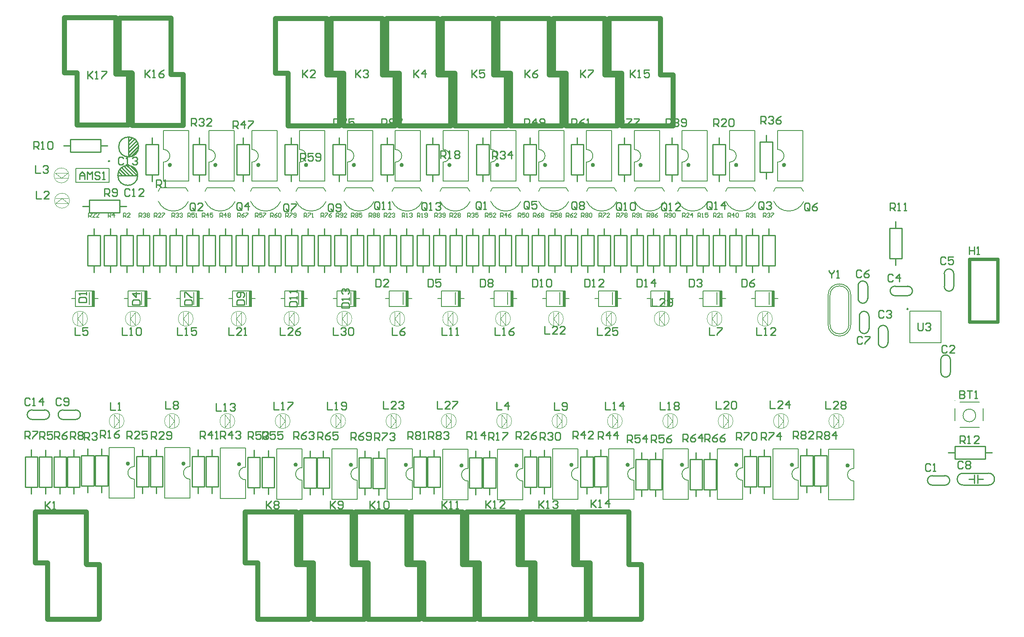
<source format=gto>
G04*
G04 #@! TF.GenerationSoftware,Altium Limited,Altium Designer,21.3.2 (30)*
G04*
G04 Layer_Color=65535*
%FSTAX24Y24*%
%MOIN*%
G70*
G04*
G04 #@! TF.SameCoordinates,1CD0A03D-4A64-46C4-810B-20C9608AE917*
G04*
G04*
G04 #@! TF.FilePolarity,Positive*
G04*
G01*
G75*
%ADD10C,0.0070*%
%ADD11C,0.0100*%
%ADD12C,0.0098*%
%ADD13C,0.0060*%
%ADD14C,0.0150*%
%ADD15C,0.0040*%
%ADD16C,0.0394*%
%ADD17C,0.0250*%
%ADD18C,0.0079*%
%ADD19R,0.0200X0.1260*%
D10*
X060801Y0333D02*
G03*
X063165Y033268I00119J000524D01*
G01*
X053201Y0333D02*
G03*
X055565Y033268I00119J000524D01*
G01*
X049801Y0333D02*
G03*
X052165Y033268I00119J000524D01*
G01*
X046001Y0333D02*
G03*
X048365Y033268I00119J000524D01*
G01*
X042201Y0333D02*
G03*
X044565Y033268I00119J000524D01*
G01*
X034401Y0333D02*
G03*
X036765Y033268I00119J000524D01*
G01*
X038401Y0333D02*
G03*
X040765Y033268I00119J000524D01*
G01*
X019401Y0333D02*
G03*
X021765Y033268I00119J000524D01*
G01*
X0669Y025859D02*
G03*
X0651Y02585I-0009J-000006D01*
G01*
Y02355D02*
G03*
X066899Y023549I000899J-00003D01*
G01*
X06675Y02585D02*
G03*
X06525Y025843I-00075J-000005D01*
G01*
Y023543D02*
G03*
X06675Y02355I00075J000005D01*
G01*
X014604Y0123D02*
G03*
X0146Y0113I-000017J-0005D01*
G01*
X019004Y01225D02*
G03*
X019Y01125I-000017J-0005D01*
G01*
X023478Y012211D02*
G03*
X023475Y011212I-000017J-0005D01*
G01*
X027854Y0122D02*
G03*
X02785Y0112I-000017J-0005D01*
G01*
X032204Y0122D02*
G03*
X0322Y0112I-000017J-0005D01*
G01*
X036604Y01215D02*
G03*
X0366Y01115I-000017J-0005D01*
G01*
X040954Y01215D02*
G03*
X04095Y01115I-000017J-0005D01*
G01*
X045304Y0122D02*
G03*
X0453Y0112I-000017J-0005D01*
G01*
X049754Y0122D02*
G03*
X04975Y0112I-000017J-0005D01*
G01*
X054054Y0122D02*
G03*
X05405Y0112I-000017J-0005D01*
G01*
X058354Y0122D02*
G03*
X05835Y0112I-000017J-0005D01*
G01*
X062754Y0122D02*
G03*
X06275Y0112I-000017J-0005D01*
G01*
X067154Y01215D02*
G03*
X06715Y01115I-000017J-0005D01*
G01*
X010204Y0123D02*
G03*
X0102Y0113I-000017J-0005D01*
G01*
X057001Y0333D02*
G03*
X059365Y033268I00119J000524D01*
G01*
X012101Y0333D02*
G03*
X014465Y033268I00119J000524D01*
G01*
X023001Y0333D02*
G03*
X025365Y033268I00119J000524D01*
G01*
X026801Y0333D02*
G03*
X029165Y033268I00119J000524D01*
G01*
X030601Y0333D02*
G03*
X032965Y033268I00119J000524D01*
G01*
X015801Y0333D02*
G03*
X018165Y033268I00119J000524D01*
G01*
X012496Y0364D02*
G03*
X0125Y0374I000017J0005D01*
G01*
X016096Y0364D02*
G03*
X0161Y0374I000017J0005D01*
G01*
X019496Y0364D02*
G03*
X0195Y0374I000017J0005D01*
G01*
X023278Y0364D02*
G03*
X023282Y0374I000017J0005D01*
G01*
X02706Y0364D02*
G03*
X027064Y0374I000017J0005D01*
G01*
X030842Y0364D02*
G03*
X030845Y0374I000017J0005D01*
G01*
X034623Y0364D02*
G03*
X034627Y0374I000017J0005D01*
G01*
X038405Y0364D02*
G03*
X038409Y0374I000017J0005D01*
G01*
X042187Y0364D02*
G03*
X042191Y0374I000017J0005D01*
G01*
X045969Y0364D02*
G03*
X045973Y0374I000017J0005D01*
G01*
X049751Y0364D02*
G03*
X049755Y0374I000017J0005D01*
G01*
X053533Y0364D02*
G03*
X053536Y0374I000017J0005D01*
G01*
X057314Y0364D02*
G03*
X057318Y0374I000017J0005D01*
G01*
X061096Y0364D02*
G03*
X0611Y0374I000017J0005D01*
G01*
X06298Y03435D02*
X063153Y034102D01*
X06082Y03409D02*
X06095Y03435D01*
X06298D01*
X05538D02*
X055553Y034102D01*
X05322Y03409D02*
X05335Y03435D01*
X05538D01*
X05198D02*
X052153Y034102D01*
X04982Y03409D02*
X04995Y03435D01*
X05198D01*
X04818D02*
X048353Y034102D01*
X04602Y03409D02*
X04615Y03435D01*
X04818D01*
X04438D02*
X044553Y034102D01*
X04222Y03409D02*
X04235Y03435D01*
X04438D01*
X03658D02*
X036753Y034102D01*
X03442Y03409D02*
X03455Y03435D01*
X03658D01*
X04058D02*
X040753Y034102D01*
X03842Y03409D02*
X03855Y03435D01*
X04058D01*
X02158D02*
X021753Y034102D01*
X01942Y03409D02*
X01955Y03435D01*
X02158D01*
X0651Y02355D02*
X0651Y02585D01*
X0669Y02355D02*
Y02585D01*
X06525Y02355D02*
X06525Y02585D01*
X06675Y02355D02*
Y02585D01*
X07513Y01753D02*
X07514Y01754D01*
X0146Y0123D02*
Y0138D01*
Y0098D02*
Y01129D01*
X0126Y0138D02*
X0146D01*
X0126Y0098D02*
Y0138D01*
Y0098D02*
X0146D01*
X019Y01225D02*
Y01375D01*
Y00975D02*
Y01124D01*
X017Y01375D02*
X019D01*
X017Y00975D02*
Y01375D01*
Y00975D02*
X019D01*
X023475Y012212D02*
Y013712D01*
Y009712D02*
Y011202D01*
X021475Y013712D02*
X023475D01*
X021475Y009712D02*
Y013712D01*
Y009712D02*
X023475D01*
X02785Y0122D02*
Y0137D01*
Y0097D02*
Y01119D01*
X02585Y0137D02*
X02785D01*
X02585Y0097D02*
Y0137D01*
Y0097D02*
X02785D01*
X0322Y0122D02*
Y0137D01*
Y0097D02*
Y01119D01*
X0302Y0137D02*
X0322D01*
X0302Y0097D02*
Y0137D01*
Y0097D02*
X0322D01*
X0366Y01215D02*
Y01365D01*
Y00965D02*
Y01114D01*
X0346Y01365D02*
X0366D01*
X0346Y00965D02*
Y01365D01*
Y00965D02*
X0366D01*
X04095Y01215D02*
Y01365D01*
Y00965D02*
Y01114D01*
X03895Y01365D02*
X04095D01*
X03895Y00965D02*
Y01365D01*
Y00965D02*
X04095D01*
X0453Y0122D02*
Y0137D01*
Y0097D02*
Y01119D01*
X0433Y0137D02*
X0453D01*
X0433Y0097D02*
Y0137D01*
Y0097D02*
X0453D01*
X04975Y0122D02*
Y0137D01*
Y0097D02*
Y01119D01*
X04775Y0137D02*
X04975D01*
X04775Y0097D02*
Y0137D01*
Y0097D02*
X04975D01*
X05405Y0122D02*
Y0137D01*
Y0097D02*
Y01119D01*
X05205Y0137D02*
X05405D01*
X05205Y0097D02*
Y0137D01*
Y0097D02*
X05405D01*
X05835Y0122D02*
Y0137D01*
Y0097D02*
Y01119D01*
X05635Y0137D02*
X05835D01*
X05635Y0097D02*
Y0137D01*
Y0097D02*
X05835D01*
X06275Y0122D02*
Y0137D01*
Y0097D02*
Y01119D01*
X06075Y0137D02*
X06275D01*
X06075Y0097D02*
Y0137D01*
Y0097D02*
X06275D01*
X06715Y01215D02*
Y01365D01*
Y00965D02*
Y01114D01*
X06515Y01365D02*
X06715D01*
X06515Y00965D02*
Y01365D01*
Y00965D02*
X06715D01*
X0082Y0098D02*
X0102D01*
X0082D02*
Y0138D01*
X0102D01*
Y0098D02*
Y01129D01*
Y0123D02*
Y0138D01*
X05715Y03435D02*
X05918D01*
X05702Y03409D02*
X05715Y03435D01*
X05918D02*
X059353Y034102D01*
X01428Y03435D02*
X014453Y034102D01*
X01212Y03409D02*
X01225Y03435D01*
X01428D01*
X02315D02*
X02518D01*
X02302Y03409D02*
X02315Y03435D01*
X02518D02*
X025353Y034102D01*
X02695Y03435D02*
X02898D01*
X02682Y03409D02*
X02695Y03435D01*
X02898D02*
X029153Y034102D01*
X03075Y03435D02*
X03278D01*
X03062Y03409D02*
X03075Y03435D01*
X03278D02*
X032953Y034102D01*
X01595Y03435D02*
X01798D01*
X01582Y03409D02*
X01595Y03435D01*
X01798D02*
X018153Y034102D01*
X0125Y0349D02*
Y0364D01*
Y03741D02*
Y0389D01*
Y0349D02*
X0145D01*
Y0389D01*
X0125D02*
X0145D01*
X0161D02*
X0181D01*
Y0349D02*
Y0389D01*
X0161Y0349D02*
X0181D01*
X0161Y03741D02*
Y0389D01*
Y0349D02*
Y0364D01*
X0195Y0389D02*
X0215D01*
Y0349D02*
Y0389D01*
X0195Y0349D02*
X0215D01*
X0195Y03741D02*
Y0389D01*
Y0349D02*
Y0364D01*
X023282Y0389D02*
X025282D01*
Y0349D02*
Y0389D01*
X023282Y0349D02*
X025282D01*
X023282Y03741D02*
Y0389D01*
Y0349D02*
Y0364D01*
X027064Y0389D02*
X029064D01*
Y0349D02*
Y0389D01*
X027064Y0349D02*
X029064D01*
X027064Y03741D02*
Y0389D01*
Y0349D02*
Y0364D01*
X030845Y0389D02*
X032845D01*
Y0349D02*
Y0389D01*
X030845Y0349D02*
X032845D01*
X030845Y03741D02*
Y0389D01*
Y0349D02*
Y0364D01*
X034627Y0389D02*
X036627D01*
Y0349D02*
Y0389D01*
X034627Y0349D02*
X036627D01*
X034627Y03741D02*
Y0389D01*
Y0349D02*
Y0364D01*
X038409Y0389D02*
X040409D01*
Y0349D02*
Y0389D01*
X038409Y0349D02*
X040409D01*
X038409Y03741D02*
Y0389D01*
Y0349D02*
Y0364D01*
X042191Y0389D02*
X044191D01*
Y0349D02*
Y0389D01*
X042191Y0349D02*
X044191D01*
X042191Y03741D02*
Y0389D01*
Y0349D02*
Y0364D01*
X045973Y0389D02*
X047973D01*
Y0349D02*
Y0389D01*
X045973Y0349D02*
X047973D01*
X045973Y03741D02*
Y0389D01*
Y0349D02*
Y0364D01*
X049755Y0389D02*
X051755D01*
Y0349D02*
Y0389D01*
X049755Y0349D02*
X051755D01*
X049755Y03741D02*
Y0389D01*
Y0349D02*
Y0364D01*
X053536Y0389D02*
X055536D01*
Y0349D02*
Y0389D01*
X053536Y0349D02*
X055536D01*
X053536Y03741D02*
Y0389D01*
Y0349D02*
Y0364D01*
X057318Y0389D02*
X059318D01*
Y0349D02*
Y0389D01*
X057318Y0349D02*
X059318D01*
X057318Y03741D02*
Y0389D01*
Y0349D02*
Y0364D01*
X0611Y0389D02*
X0631D01*
Y0349D02*
Y0389D01*
X0611Y0349D02*
X0631D01*
X0611Y03741D02*
Y0389D01*
Y0349D02*
Y0364D01*
X027742Y02495D02*
Y0256D01*
X026242Y02495D02*
X027742D01*
X026242D02*
Y02621D01*
X027742D01*
Y0256D02*
Y02621D01*
X025942Y0256D02*
X026242D01*
X027742D02*
X028042D01*
X027332Y02513D02*
Y0261D01*
X027742Y02539D02*
Y0256D01*
Y02576D01*
X023604Y02495D02*
Y0256D01*
X022104Y02495D02*
X023604D01*
X022104D02*
Y02621D01*
X023604D01*
Y0256D02*
Y02621D01*
X021804Y0256D02*
X022104D01*
X023604D02*
X023904D01*
X023194Y02513D02*
Y0261D01*
X023604Y02539D02*
Y0256D01*
Y02576D01*
X019465Y02495D02*
Y0256D01*
X017965Y02495D02*
X019465D01*
X017965D02*
Y02621D01*
X019465D01*
Y0256D02*
Y02621D01*
X017665Y0256D02*
X017965D01*
X019465D02*
X019765D01*
X019055Y02513D02*
Y0261D01*
X019465Y02539D02*
Y0256D01*
Y02576D01*
X015327Y02495D02*
Y0256D01*
X013827Y02495D02*
X015327D01*
X013827D02*
Y02621D01*
X015327D01*
Y0256D02*
Y02621D01*
X013527Y0256D02*
X013827D01*
X015327D02*
X015627D01*
X014917Y02513D02*
Y0261D01*
X015327Y02539D02*
Y0256D01*
Y02576D01*
X011188Y02495D02*
Y0256D01*
X009688Y02495D02*
X011188D01*
X009688D02*
Y02621D01*
X011188D01*
Y0256D02*
Y02621D01*
X009388Y0256D02*
X009688D01*
X011188D02*
X011488D01*
X010778Y02513D02*
Y0261D01*
X011188Y02539D02*
Y0256D01*
Y02576D01*
X00705Y02495D02*
Y0256D01*
X00555Y02495D02*
X00705D01*
X00555D02*
Y02621D01*
X00705D01*
Y0256D02*
Y02621D01*
X00525Y0256D02*
X00555D01*
X00705D02*
X00735D01*
X00664Y02513D02*
Y0261D01*
X00705Y02539D02*
Y0256D01*
Y02576D01*
X031881Y0256D02*
Y02576D01*
Y02539D02*
Y0256D01*
X031471Y02513D02*
Y0261D01*
X031881Y0256D02*
X032181D01*
X030081D02*
X030381D01*
X031881D02*
Y02621D01*
X030381D02*
X031881D01*
X030381Y02495D02*
Y02621D01*
Y02495D02*
X031881D01*
Y0256D01*
X056712D02*
Y02576D01*
Y02539D02*
Y0256D01*
X056302Y02513D02*
Y0261D01*
X056712Y0256D02*
X057012D01*
X054912D02*
X055212D01*
X056712D02*
Y02621D01*
X055212D02*
X056712D01*
X055212Y02495D02*
Y02621D01*
Y02495D02*
X056712D01*
Y0256D01*
X036019D02*
Y02576D01*
Y02539D02*
Y0256D01*
X035609Y02513D02*
Y0261D01*
X036019Y0256D02*
X036319D01*
X034219D02*
X034519D01*
X036019D02*
Y02621D01*
X034519D02*
X036019D01*
X034519Y02495D02*
Y02621D01*
Y02495D02*
X036019D01*
Y0256D01*
X06085D02*
Y02576D01*
Y02539D02*
Y0256D01*
X06044Y02513D02*
Y0261D01*
X06085Y0256D02*
X06115D01*
X05905D02*
X05935D01*
X06085D02*
Y02621D01*
X05935D02*
X06085D01*
X05935Y02495D02*
Y02621D01*
Y02495D02*
X06085D01*
Y0256D01*
X040158D02*
Y02576D01*
Y02539D02*
Y0256D01*
X039748Y02513D02*
Y0261D01*
X040158Y0256D02*
X040458D01*
X038358D02*
X038658D01*
X040158D02*
Y02621D01*
X038658D02*
X040158D01*
X038658Y02495D02*
Y02621D01*
Y02495D02*
X040158D01*
Y0256D01*
X044296D02*
Y02576D01*
Y02539D02*
Y0256D01*
X043886Y02513D02*
Y0261D01*
X044296Y0256D02*
X044596D01*
X042496D02*
X042796D01*
X044296D02*
Y02621D01*
X042796D02*
X044296D01*
X042796Y02495D02*
Y02621D01*
Y02495D02*
X044296D01*
Y0256D01*
X048435D02*
Y02576D01*
Y02539D02*
Y0256D01*
X048025Y02513D02*
Y0261D01*
X048435Y0256D02*
X048735D01*
X046635D02*
X046935D01*
X048435D02*
Y02621D01*
X046935D02*
X048435D01*
X046935Y02495D02*
Y02621D01*
Y02495D02*
X048435D01*
Y0256D01*
X052573D02*
Y02576D01*
Y02539D02*
Y0256D01*
X052163Y02513D02*
Y0261D01*
X052573Y0256D02*
X052873D01*
X050773D02*
X051073D01*
X052573D02*
Y02621D01*
X051073D02*
X052573D01*
X051073Y02495D02*
Y02621D01*
Y02495D02*
X052573D01*
Y0256D01*
D11*
X067574Y023204D02*
G03*
X068326Y02321I000376J-000004D01*
G01*
X068326Y024206D02*
G03*
X067574Y0242I-000376J000004D01*
G01*
X067474Y025604D02*
G03*
X068226Y02561I000376J-000004D01*
G01*
X068226Y026606D02*
G03*
X067474Y0266I-000376J000004D01*
G01*
X074024Y019754D02*
G03*
X074776Y01976I000376J-000004D01*
G01*
X074776Y020756D02*
G03*
X074024Y02075I-000376J000004D01*
G01*
X069074Y022094D02*
G03*
X069826Y0221I000376J-000004D01*
G01*
X069826Y023096D02*
G03*
X069074Y02309I-000376J000004D01*
G01*
X070394Y026576D02*
G03*
X0704Y025824I-000004J-000376D01*
G01*
X071396Y025824D02*
G03*
X07139Y026576I000004J000376D01*
G01*
X074292Y026559D02*
G03*
X075043Y026564I000376J-000004D01*
G01*
X075044Y02756D02*
G03*
X074292Y027555I-000376J000004D01*
G01*
X010469Y035345D02*
G03*
X010469Y035345I-000787J0D01*
G01*
X010537Y0376D02*
G03*
X010537Y0376I-000787J0D01*
G01*
X07579Y01177D02*
G03*
X07579Y01083I0J-00047D01*
G01*
X0778D02*
G03*
X0778Y01177I-0J00047D01*
G01*
X002104Y016776D02*
G03*
X00211Y016024I-000004J-000376D01*
G01*
X003106Y016024D02*
G03*
X0031Y016776I000004J000376D01*
G01*
X004554Y016776D02*
G03*
X00456Y016024I-000004J-000376D01*
G01*
X005556Y016024D02*
G03*
X00555Y016776I000004J000376D01*
G01*
X074346Y010824D02*
G03*
X07434Y011576I000004J000376D01*
G01*
X073344Y011576D02*
G03*
X07335Y010824I-000004J-000376D01*
G01*
X01195Y01312D02*
Y01364D01*
Y01017D02*
Y01069D01*
X011458Y0107D02*
Y0131D01*
Y0107D02*
X012442D01*
Y0131D01*
X011458D02*
X012442D01*
X01085Y01312D02*
Y01364D01*
Y01017D02*
Y01069D01*
X010358Y0107D02*
Y0131D01*
Y0107D02*
X011342D01*
Y0131D01*
X010358D02*
X011342D01*
X0188Y03486D02*
Y03538D01*
Y03781D02*
Y03833D01*
X019292Y0354D02*
Y0378D01*
X018308D02*
X019292D01*
X018308Y0354D02*
Y0378D01*
Y0354D02*
X019292D01*
X037769Y034872D02*
Y035392D01*
Y037822D02*
Y038342D01*
X038261Y035412D02*
Y037812D01*
X037277D02*
X038261D01*
X037277Y035412D02*
Y037812D01*
Y035412D02*
X038261D01*
X064008Y01315D02*
X064992D01*
Y01075D02*
Y01315D01*
X064008Y01075D02*
X064992D01*
X064008D02*
Y01315D01*
X0645Y01022D02*
Y01074D01*
Y01317D02*
Y01369D01*
X062908Y01315D02*
X063892D01*
Y01075D02*
Y01315D01*
X062908Y01075D02*
X063892D01*
X062908D02*
Y01315D01*
X0634Y01022D02*
Y01074D01*
Y01317D02*
Y01369D01*
X059558Y0131D02*
X060542D01*
Y0107D02*
Y0131D01*
X059558Y0107D02*
X060542D01*
X059558D02*
Y0131D01*
X06005Y01017D02*
Y01069D01*
Y01312D02*
Y01364D01*
X058458Y0131D02*
X059442D01*
Y0107D02*
Y0131D01*
X058458Y0107D02*
X059442D01*
X058458D02*
Y0131D01*
X05895Y01017D02*
Y01069D01*
Y01312D02*
Y01364D01*
X055258Y01285D02*
X056242D01*
Y01045D02*
Y01285D01*
X055258Y01045D02*
X056242D01*
X055258D02*
Y01285D01*
X05575Y00992D02*
Y01044D01*
Y01287D02*
Y01339D01*
X054158Y01285D02*
X055142D01*
Y01045D02*
Y01285D01*
X054158Y01045D02*
X055142D01*
X054158D02*
Y01285D01*
X05465Y00992D02*
Y01044D01*
Y01287D02*
Y01339D01*
X050958Y01285D02*
X051942D01*
Y01045D02*
Y01285D01*
X050958Y01045D02*
X051942D01*
X050958D02*
Y01285D01*
X05145Y00992D02*
Y01044D01*
Y01287D02*
Y01339D01*
X049858Y01285D02*
X050842D01*
Y01045D02*
Y01285D01*
X049858Y01045D02*
X050842D01*
X049858D02*
Y01285D01*
X05035Y00992D02*
Y01044D01*
Y01287D02*
Y01339D01*
X046608Y013108D02*
X047592D01*
Y010708D02*
Y013108D01*
X046608Y010708D02*
X047592D01*
X046608D02*
Y013108D01*
X0471Y010178D02*
Y010698D01*
Y013128D02*
Y013648D01*
X045508Y013058D02*
X046492D01*
Y010658D02*
Y013058D01*
X045508Y010658D02*
X046492D01*
X045508D02*
Y013058D01*
X046Y010128D02*
Y010648D01*
Y013078D02*
Y013598D01*
X04265Y01307D02*
Y01359D01*
Y01012D02*
Y01064D01*
X042158Y01065D02*
Y01305D01*
Y01065D02*
X043142D01*
Y01305D01*
X042158D02*
X043142D01*
X04155Y01307D02*
Y01359D01*
Y01012D02*
Y01064D01*
X041058Y01065D02*
Y01305D01*
Y01065D02*
X042042D01*
Y01305D01*
X041058D02*
X042042D01*
X036708Y013D02*
X037692D01*
Y0106D02*
Y013D01*
X036708Y0106D02*
X037692D01*
X036708D02*
Y013D01*
X0372Y01007D02*
Y01059D01*
Y01302D02*
Y01354D01*
X037808Y013D02*
X038792D01*
Y0106D02*
Y013D01*
X037808Y0106D02*
X038792D01*
X037808D02*
Y013D01*
X0383Y01007D02*
Y01059D01*
Y01302D02*
Y01354D01*
X032308Y01305D02*
X033292D01*
Y01065D02*
Y01305D01*
X032308Y01065D02*
X033292D01*
X032308D02*
Y01305D01*
X0328Y01012D02*
Y01064D01*
Y01307D02*
Y01359D01*
X029058Y012958D02*
X030042D01*
Y010558D02*
Y012958D01*
X029058Y010558D02*
X030042D01*
X029058D02*
Y012958D01*
X02955Y010028D02*
Y010548D01*
Y012978D02*
Y013498D01*
X027958Y013D02*
X028942D01*
Y0106D02*
Y013D01*
X027958Y0106D02*
X028942D01*
X027958D02*
Y013D01*
X02845Y01007D02*
Y01059D01*
Y01302D02*
Y01354D01*
X023608Y013D02*
X024592D01*
Y0106D02*
Y013D01*
X023608Y0106D02*
X024592D01*
X023608D02*
Y013D01*
X0241Y01007D02*
Y01059D01*
Y01302D02*
Y01354D01*
X06757Y02323D02*
Y02419D01*
X06833Y0232D02*
Y0242D01*
X06747Y02563D02*
Y02659D01*
X06823Y0256D02*
Y0266D01*
X07402Y01978D02*
Y02074D01*
X07478Y01975D02*
Y02075D01*
X06907Y0221D02*
Y0231D01*
X06983Y02211D02*
Y02307D01*
X0704Y02658D02*
X0714D01*
X07041Y02582D02*
X07137D01*
X074288Y026584D02*
Y027544D01*
X075048Y026554D02*
Y027554D01*
X069958Y031158D02*
X070942D01*
Y028758D02*
Y031158D01*
X069958Y028758D02*
X070942D01*
X069958D02*
Y031158D01*
X07045Y028228D02*
Y028748D01*
Y031178D02*
Y031698D01*
X0226Y03486D02*
Y03538D01*
Y03781D02*
Y03833D01*
X023092Y0354D02*
Y0378D01*
X022108D02*
X023092D01*
X022108Y0354D02*
Y0378D01*
Y0354D02*
X023092D01*
X07515Y012908D02*
Y013892D01*
X07755D01*
Y012908D02*
Y013892D01*
X07515Y012908D02*
X07755D01*
X07756Y0134D02*
X07808D01*
X07461D02*
X07513D01*
X0076Y01317D02*
Y01369D01*
Y01022D02*
Y01074D01*
X007108Y01075D02*
Y01315D01*
Y01075D02*
X008092D01*
Y01315D01*
X007108D02*
X008092D01*
X059908Y0282D02*
X060892D01*
X059908D02*
Y0306D01*
X060892D01*
Y0282D02*
Y0306D01*
X0604Y03061D02*
Y03113D01*
Y02766D02*
Y02818D01*
X058605Y0306D02*
X05959D01*
Y0282D02*
Y0306D01*
X058605Y0282D02*
X05959D01*
X058605D02*
Y0306D01*
X059098Y02767D02*
Y02819D01*
Y03062D02*
Y03114D01*
X057303Y0306D02*
X058287D01*
Y0282D02*
Y0306D01*
X057303Y0282D02*
X058287D01*
X057303D02*
Y0306D01*
X057795Y02767D02*
Y02819D01*
Y03062D02*
Y03114D01*
X056001Y0282D02*
X056985D01*
X056001D02*
Y0306D01*
X056985D01*
Y0282D02*
Y0306D01*
X056493Y03061D02*
Y03113D01*
Y02766D02*
Y02818D01*
X054698Y0306D02*
X055682D01*
Y0282D02*
Y0306D01*
X054698Y0282D02*
X055682D01*
X054698D02*
Y0306D01*
X05519Y02767D02*
Y02819D01*
Y03062D02*
Y03114D01*
X053396Y0306D02*
X05438D01*
Y0282D02*
Y0306D01*
X053396Y0282D02*
X05438D01*
X053396D02*
Y0306D01*
X053888Y02767D02*
Y02819D01*
Y03062D02*
Y03114D01*
X052093Y0282D02*
X053077D01*
X052093D02*
Y0306D01*
X053077D01*
Y0282D02*
Y0306D01*
X052585Y03061D02*
Y03113D01*
Y02766D02*
Y02818D01*
X050791Y0306D02*
X051775D01*
Y0282D02*
Y0306D01*
X050791Y0282D02*
X051775D01*
X050791D02*
Y0306D01*
X051283Y02767D02*
Y02819D01*
Y03062D02*
Y03114D01*
X049488Y0306D02*
X050473D01*
Y0282D02*
Y0306D01*
X049488Y0282D02*
X050473D01*
X049488D02*
Y0306D01*
X04998Y02767D02*
Y02819D01*
Y03062D02*
Y03114D01*
X048186Y0282D02*
X04917D01*
X048186D02*
Y0306D01*
X04917D01*
Y0282D02*
Y0306D01*
X048678Y03061D02*
Y03113D01*
Y02766D02*
Y02818D01*
X046883Y0306D02*
X047868D01*
Y0282D02*
Y0306D01*
X046883Y0282D02*
X047868D01*
X046883D02*
Y0306D01*
X047376Y02767D02*
Y02819D01*
Y03062D02*
Y03114D01*
X044279Y0282D02*
X045263D01*
X044279D02*
Y0306D01*
X045263D01*
Y0282D02*
Y0306D01*
X044771Y03061D02*
Y03113D01*
Y02766D02*
Y02818D01*
X045581Y0306D02*
X046565D01*
Y0282D02*
Y0306D01*
X045581Y0282D02*
X046565D01*
X045581D02*
Y0306D01*
X046073Y02767D02*
Y02819D01*
Y03062D02*
Y03114D01*
X042976Y0306D02*
X04396D01*
Y0282D02*
Y0306D01*
X042976Y0282D02*
X04396D01*
X042976D02*
Y0306D01*
X043468Y02767D02*
Y02819D01*
Y03062D02*
Y03114D01*
X041674Y0306D02*
X042658D01*
Y0282D02*
Y0306D01*
X041674Y0282D02*
X042658D01*
X041674D02*
Y0306D01*
X042166Y02767D02*
Y02819D01*
Y03062D02*
Y03114D01*
X040371Y0282D02*
X041356D01*
X040371D02*
Y0306D01*
X041356D01*
Y0282D02*
Y0306D01*
X040863Y03061D02*
Y03113D01*
Y02766D02*
Y02818D01*
X039069Y0306D02*
X040053D01*
Y0282D02*
Y0306D01*
X039069Y0282D02*
X040053D01*
X039069D02*
Y0306D01*
X039561Y02767D02*
Y02819D01*
Y03062D02*
Y03114D01*
X037766Y0306D02*
X038751D01*
Y0282D02*
Y0306D01*
X037766Y0282D02*
X038751D01*
X037766D02*
Y0306D01*
X038259Y02767D02*
Y02819D01*
Y03062D02*
Y03114D01*
X036464Y0282D02*
X037448D01*
X036464D02*
Y0306D01*
X037448D01*
Y0282D02*
Y0306D01*
X036956Y03061D02*
Y03113D01*
Y02766D02*
Y02818D01*
X035162Y0306D02*
X036146D01*
Y0282D02*
Y0306D01*
X035162Y0282D02*
X036146D01*
X035162D02*
Y0306D01*
X035654Y02767D02*
Y02819D01*
Y03062D02*
Y03114D01*
X033859Y0306D02*
X034843D01*
Y0282D02*
Y0306D01*
X033859Y0282D02*
X034843D01*
X033859D02*
Y0306D01*
X034351Y02767D02*
Y02819D01*
Y03062D02*
Y03114D01*
X032557Y0282D02*
X033541D01*
X032557D02*
Y0306D01*
X033541D01*
Y0282D02*
Y0306D01*
X033049Y03061D02*
Y03113D01*
Y02766D02*
Y02818D01*
X031254Y0306D02*
X032238D01*
Y0282D02*
Y0306D01*
X031254Y0282D02*
X032238D01*
X031254D02*
Y0306D01*
X031746Y02767D02*
Y02819D01*
Y03062D02*
Y03114D01*
X029952Y0306D02*
X030936D01*
Y0282D02*
Y0306D01*
X029952Y0282D02*
X030936D01*
X029952D02*
Y0306D01*
X030444Y02767D02*
Y02819D01*
Y03062D02*
Y03114D01*
X028649Y0282D02*
X029634D01*
X028649D02*
Y0306D01*
X029634D01*
Y0282D02*
Y0306D01*
X029141Y03061D02*
Y03113D01*
Y02766D02*
Y02818D01*
X027347Y0306D02*
X028331D01*
Y0282D02*
Y0306D01*
X027347Y0282D02*
X028331D01*
X027347D02*
Y0306D01*
X027839Y02767D02*
Y02819D01*
Y03062D02*
Y03114D01*
X026044Y0306D02*
X027029D01*
Y0282D02*
Y0306D01*
X026044Y0282D02*
X027029D01*
X026044D02*
Y0306D01*
X026537Y02767D02*
Y02819D01*
Y03062D02*
Y03114D01*
X024742Y0282D02*
X025726D01*
X024742D02*
Y0306D01*
X025726D01*
Y0282D02*
Y0306D01*
X025234Y03061D02*
Y03113D01*
Y02766D02*
Y02818D01*
X02344Y0306D02*
X024424D01*
Y0282D02*
Y0306D01*
X02344Y0282D02*
X024424D01*
X02344D02*
Y0306D01*
X023932Y02767D02*
Y02819D01*
Y03062D02*
Y03114D01*
X022137Y0306D02*
X023121D01*
Y0282D02*
Y0306D01*
X022137Y0282D02*
X023121D01*
X022137D02*
Y0306D01*
X022629Y02767D02*
Y02819D01*
Y03062D02*
Y03114D01*
X020835Y0282D02*
X021819D01*
X020835D02*
Y0306D01*
X021819D01*
Y0282D02*
Y0306D01*
X021327Y03061D02*
Y03113D01*
Y02766D02*
Y02818D01*
X019532Y0306D02*
X020517D01*
Y0282D02*
Y0306D01*
X019532Y0282D02*
X020517D01*
X019532D02*
Y0306D01*
X020024Y02767D02*
Y02819D01*
Y03062D02*
Y03114D01*
X01823Y0306D02*
X019214D01*
Y0282D02*
Y0306D01*
X01823Y0282D02*
X019214D01*
X01823D02*
Y0306D01*
X018722Y02767D02*
Y02819D01*
Y03062D02*
Y03114D01*
X016927Y0282D02*
X017912D01*
X016927D02*
Y0306D01*
X017912D01*
Y0282D02*
Y0306D01*
X01742Y03061D02*
Y03113D01*
Y02766D02*
Y02818D01*
X015625Y0306D02*
X016609D01*
Y0282D02*
Y0306D01*
X015625Y0282D02*
X016609D01*
X015625D02*
Y0306D01*
X016117Y02767D02*
Y02819D01*
Y03062D02*
Y03114D01*
X014323Y0306D02*
X015307D01*
Y0282D02*
Y0306D01*
X014323Y0282D02*
X015307D01*
X014323D02*
Y0306D01*
X014815Y02767D02*
Y02819D01*
Y03062D02*
Y03114D01*
X01302Y0282D02*
X014004D01*
X01302D02*
Y0306D01*
X014004D01*
Y0282D02*
Y0306D01*
X013512Y03061D02*
Y03113D01*
Y02766D02*
Y02818D01*
X011718Y0306D02*
X012702D01*
Y0282D02*
Y0306D01*
X011718Y0282D02*
X012702D01*
X011718D02*
Y0306D01*
X01221Y02767D02*
Y02819D01*
Y03062D02*
Y03114D01*
X010415Y0306D02*
X011399D01*
Y0282D02*
Y0306D01*
X010415Y0282D02*
X011399D01*
X010415D02*
Y0306D01*
X010907Y02767D02*
Y02819D01*
Y03062D02*
Y03114D01*
X014846Y035412D02*
X015831D01*
X014846D02*
Y037812D01*
X015831D01*
Y035412D02*
Y037812D01*
X015338Y037822D02*
Y038342D01*
Y034872D02*
Y035392D01*
X025908Y0354D02*
X026892D01*
X025908D02*
Y0378D01*
X026892D01*
Y0354D02*
Y0378D01*
X0264Y03781D02*
Y03833D01*
Y03486D02*
Y03538D01*
X029708Y0354D02*
X030692D01*
X029708D02*
Y0378D01*
X030692D01*
Y0354D02*
Y0378D01*
X0302Y03781D02*
Y03833D01*
Y03486D02*
Y03538D01*
X033308Y0354D02*
X034292D01*
X033308D02*
Y0378D01*
X034292D01*
Y0354D02*
Y0378D01*
X0338Y03781D02*
Y03833D01*
Y03486D02*
Y03538D01*
X041016Y035412D02*
X042D01*
X041016D02*
Y037812D01*
X042D01*
Y035412D02*
Y037812D01*
X041508Y037822D02*
Y038342D01*
Y034872D02*
Y035392D01*
X044754Y035412D02*
X045738D01*
X044754D02*
Y037812D01*
X045738D01*
Y035412D02*
Y037812D01*
X045246Y037822D02*
Y038342D01*
Y034872D02*
Y035392D01*
X048492Y035412D02*
X049477D01*
X048492D02*
Y037812D01*
X049477D01*
Y035412D02*
Y037812D01*
X048985Y037822D02*
Y038342D01*
Y034872D02*
Y035392D01*
X052231Y0354D02*
X053215D01*
X052231D02*
Y0378D01*
X053215D01*
Y0354D02*
Y0378D01*
X052723Y03781D02*
Y03833D01*
Y03486D02*
Y03538D01*
X055969Y0354D02*
X056954D01*
X055969D02*
Y0378D01*
X056954D01*
Y0354D02*
Y0378D01*
X056462Y03781D02*
Y03833D01*
Y03486D02*
Y03538D01*
X059708Y0356D02*
X060692D01*
X059708D02*
Y038D01*
X060692D01*
Y0356D02*
Y038D01*
X0602Y03801D02*
Y03853D01*
Y03506D02*
Y03558D01*
X011108Y035412D02*
X012092D01*
X011108D02*
Y037812D01*
X012092D01*
Y035412D02*
Y037812D01*
X0116Y037822D02*
Y038342D01*
Y034872D02*
Y035392D01*
X009113Y0282D02*
X010097D01*
X009113D02*
Y0306D01*
X010097D01*
Y0282D02*
Y0306D01*
X009605Y03061D02*
Y03113D01*
Y02766D02*
Y02818D01*
X008302Y03062D02*
Y03114D01*
Y02767D02*
Y02819D01*
X00781Y0282D02*
Y0306D01*
Y0282D02*
X008795D01*
Y0306D01*
X00781D02*
X008795D01*
X006508D02*
X007492D01*
Y0282D02*
Y0306D01*
X006508Y0282D02*
X007492D01*
X006508D02*
Y0306D01*
X007Y02767D02*
Y02819D01*
Y03062D02*
Y03114D01*
X014758Y0131D02*
X015742D01*
Y0107D02*
Y0131D01*
X014758Y0107D02*
X015742D01*
X014758D02*
Y0131D01*
X01525Y01017D02*
Y01069D01*
Y01312D02*
Y01364D01*
X015858Y0131D02*
X016842D01*
Y0107D02*
Y0131D01*
X015858Y0107D02*
X016842D01*
X015858D02*
Y0131D01*
X01635Y01017D02*
Y01069D01*
Y01312D02*
Y01364D01*
X006008Y01315D02*
X006992D01*
Y01075D02*
Y01315D01*
X006008Y01075D02*
X006992D01*
X006008D02*
Y01315D01*
X0065Y01022D02*
Y01074D01*
Y01317D02*
Y01369D01*
X003164Y010137D02*
Y010657D01*
Y013087D02*
Y013607D01*
X003656Y010677D02*
Y013077D01*
X002672D02*
X003656D01*
X002672Y010677D02*
Y013077D01*
Y010677D02*
X003656D01*
X001558Y013077D02*
X002542D01*
Y010677D02*
Y013077D01*
X001558Y010677D02*
X002542D01*
X001558D02*
Y013077D01*
X00205Y010147D02*
Y010667D01*
Y013097D02*
Y013617D01*
X004898Y013077D02*
X005882D01*
Y010677D02*
Y013077D01*
X004898Y010677D02*
X005882D01*
X004898D02*
Y013077D01*
X00539Y010147D02*
Y010667D01*
Y013097D02*
Y013617D01*
X004314Y010137D02*
Y010657D01*
Y013087D02*
Y013607D01*
X004806Y010677D02*
Y013077D01*
X003822D02*
X004806D01*
X003822Y010677D02*
Y013077D01*
Y010677D02*
X004806D01*
X007531Y037203D02*
Y038187D01*
X005131Y037203D02*
X007531D01*
X005131D02*
Y038187D01*
X007531D01*
X004601Y037695D02*
X005121D01*
X007551D02*
X008071D01*
X008891Y035345D02*
X010451D01*
X009241D02*
X009311D01*
X008961Y035625D02*
X009241Y035345D01*
X009521D02*
X009571D01*
X009071Y035795D02*
X009521Y035345D01*
X009811D02*
X009831D01*
X009201Y035955D02*
X009811Y035345D01*
X010111D02*
X010181D01*
X009391Y036065D02*
X010111Y035345D01*
X010391D02*
Y035355D01*
X009611Y036135D02*
X010391Y035355D01*
X010421Y035565D02*
Y035575D01*
X009921Y036075D02*
X010421Y035575D01*
X00975Y03683D02*
Y03839D01*
Y03797D02*
Y03804D01*
X01003Y03832D01*
X00975Y03771D02*
Y03776D01*
X0102Y03821D01*
X00975Y03745D02*
Y03747D01*
X01036Y03808D01*
X00975Y0371D02*
Y03717D01*
X01047Y03789D01*
X00975Y03689D02*
X00976D01*
X01054Y03767D01*
X00997Y03686D02*
X00998D01*
X01048Y03736D01*
X009031Y032403D02*
Y033387D01*
X006631Y032403D02*
X009031D01*
X006631D02*
Y033387D01*
X009031D01*
X006101Y032895D02*
X006621D01*
X009051D02*
X009571D01*
X07578Y01177D02*
X07778D01*
X07579Y01083D02*
X07781D01*
X07693Y01096D02*
Y01163D01*
X07666Y01096D02*
Y01163D01*
X07625Y0113D02*
X07666D01*
X07696D02*
X07737D01*
X00213Y01678D02*
X00309D01*
X0021Y01602D02*
X0031D01*
X00458Y01678D02*
X00554D01*
X00455Y01602D02*
X00555D01*
X0339Y01307D02*
Y01359D01*
Y01012D02*
Y01064D01*
X033408Y01065D02*
Y01305D01*
Y01065D02*
X034392D01*
Y01305D01*
X033408D02*
X034392D01*
X02515Y01302D02*
Y01354D01*
Y01007D02*
Y01059D01*
X024658Y0106D02*
Y013D01*
Y0106D02*
X025642D01*
Y013D01*
X024658D02*
X025642D01*
X020788Y013057D02*
Y013577D01*
Y010107D02*
Y010627D01*
X020296Y010637D02*
Y013037D01*
Y010637D02*
X021281D01*
Y013037D01*
X020296D02*
X021281D01*
X019656Y013067D02*
Y013587D01*
Y010117D02*
Y010637D01*
X019164Y010647D02*
Y013047D01*
Y010647D02*
X020148D01*
Y013047D01*
X019164D02*
X020148D01*
X07336Y01082D02*
X07432D01*
X07335Y01158D02*
X07435D01*
X042662Y0234D02*
Y0228D01*
X043062D01*
X043661D02*
X043262D01*
X043661Y0232D01*
Y0233D01*
X043562Y0234D01*
X043362D01*
X043262Y0233D01*
X044261Y0228D02*
X043861D01*
X044261Y0232D01*
Y0233D01*
X044161Y0234D01*
X043961D01*
X043861Y0233D01*
X06365Y03265D02*
Y03305D01*
X06355Y03315D01*
X06335D01*
X06325Y03305D01*
Y03265D01*
X06335Y03255D01*
X06355D01*
X06345Y03275D02*
X06365Y03255D01*
X06355D02*
X06365Y03265D01*
X06425Y03315D02*
X06405Y03305D01*
X06385Y03285D01*
Y03265D01*
X06395Y03255D01*
X06415D01*
X06425Y03265D01*
Y03275D01*
X06415Y03285D01*
X06385D01*
X0559Y03275D02*
Y03315D01*
X0558Y03325D01*
X0556D01*
X0555Y03315D01*
Y03275D01*
X0556Y03265D01*
X0558D01*
X0557Y03285D02*
X0559Y03265D01*
X0558D02*
X0559Y03275D01*
X0561Y03265D02*
X0563D01*
X0562D01*
Y03325D01*
X0561Y03315D01*
X0569Y03265D02*
Y03325D01*
X0566Y03295D01*
X057D01*
X0523Y03265D02*
Y03305D01*
X0522Y03315D01*
X052D01*
X0519Y03305D01*
Y03265D01*
X052Y03255D01*
X0522D01*
X0521Y03275D02*
X0523Y03255D01*
X0522D02*
X0523Y03265D01*
X0525Y03255D02*
X0527D01*
X0526D01*
Y03315D01*
X0525Y03305D01*
X0534Y03255D02*
X053D01*
X0534Y03295D01*
Y03305D01*
X0533Y03315D01*
X0531D01*
X053Y03305D01*
X04875Y0327D02*
Y0331D01*
X04865Y0332D01*
X04845D01*
X04835Y0331D01*
Y0327D01*
X04845Y0326D01*
X04865D01*
X04855Y0328D02*
X04875Y0326D01*
X04865D02*
X04875Y0327D01*
X04895Y0326D02*
X04915D01*
X04905D01*
Y0332D01*
X04895Y0331D01*
X04945D02*
X04955Y0332D01*
X04975D01*
X04985Y0331D01*
Y0327D01*
X04975Y0326D01*
X04955D01*
X04945Y0327D01*
Y0331D01*
X0452Y03275D02*
Y03315D01*
X0451Y03325D01*
X0449D01*
X0448Y03315D01*
Y03275D01*
X0449Y03265D01*
X0451D01*
X045Y03285D02*
X0452Y03265D01*
X0451D02*
X0452Y03275D01*
X0454Y03315D02*
X0455Y03325D01*
X0457D01*
X0458Y03315D01*
Y03305D01*
X0457Y03295D01*
X0458Y03285D01*
Y03275D01*
X0457Y03265D01*
X0455D01*
X0454Y03275D01*
Y03285D01*
X0455Y03295D01*
X0454Y03305D01*
Y03315D01*
X0455Y03295D02*
X0457D01*
X01155Y01445D02*
Y01505D01*
X01185D01*
X01195Y01495D01*
Y01475D01*
X01185Y01465D01*
X01155D01*
X01175D02*
X01195Y01445D01*
X01255D02*
X01215D01*
X01255Y01485D01*
Y01495D01*
X01245Y01505D01*
X01225D01*
X01215Y01495D01*
X01275Y01455D02*
X01285Y01445D01*
X01305D01*
X01315Y01455D01*
Y01495D01*
X01305Y01505D01*
X01285D01*
X01275Y01495D01*
Y01485D01*
X01285Y01475D01*
X01315D01*
X0096Y0145D02*
Y0151D01*
X0099D01*
X01Y015D01*
Y0148D01*
X0099Y0147D01*
X0096D01*
X0098D02*
X01Y0145D01*
X0106D02*
X0102D01*
X0106Y0149D01*
Y015D01*
X0105Y0151D01*
X0103D01*
X0102Y015D01*
X0112Y0151D02*
X0108D01*
Y0148D01*
X011Y0149D01*
X0111D01*
X0112Y0148D01*
Y0146D01*
X0111Y0145D01*
X0109D01*
X0108Y0146D01*
X018Y03905D02*
Y03965D01*
X0183D01*
X0184Y03955D01*
Y03935D01*
X0183Y03925D01*
X018D01*
X0182D02*
X0184Y03905D01*
X0189D02*
Y03965D01*
X0186Y03935D01*
X019D01*
X0192Y03965D02*
X0196D01*
Y03955D01*
X0192Y03915D01*
Y03905D01*
X03855Y03665D02*
Y03725D01*
X03885D01*
X03895Y03715D01*
Y03695D01*
X03885Y03685D01*
X03855D01*
X03875D02*
X03895Y03665D01*
X03915Y03715D02*
X03925Y03725D01*
X03945D01*
X03955Y03715D01*
Y03705D01*
X03945Y03695D01*
X03935D01*
X03945D01*
X03955Y03685D01*
Y03675D01*
X03945Y03665D01*
X03925D01*
X03915Y03675D01*
X04005Y03665D02*
Y03725D01*
X03975Y03695D01*
X04015D01*
X03765Y03275D02*
Y03315D01*
X03755Y03325D01*
X03735D01*
X03725Y03315D01*
Y03275D01*
X03735Y03265D01*
X03755D01*
X03745Y03285D02*
X03765Y03265D01*
X03755D02*
X03765Y03275D01*
X03785Y03265D02*
X03805D01*
X03795D01*
Y03325D01*
X03785Y03315D01*
X04145Y0328D02*
Y0332D01*
X04135Y0333D01*
X04115D01*
X04105Y0332D01*
Y0328D01*
X04115Y0327D01*
X04135D01*
X04125Y0329D02*
X04145Y0327D01*
X04135D02*
X04145Y0328D01*
X04205Y0333D02*
X04165D01*
Y033D01*
X04185Y0331D01*
X04195D01*
X04205Y033D01*
Y0328D01*
X04195Y0327D01*
X04175D01*
X04165Y0328D01*
X0642Y01445D02*
Y01505D01*
X0645D01*
X0646Y01495D01*
Y01475D01*
X0645Y01465D01*
X0642D01*
X0644D02*
X0646Y01445D01*
X0648Y01495D02*
X0649Y01505D01*
X0651D01*
X0652Y01495D01*
Y01485D01*
X0651Y01475D01*
X0652Y01465D01*
Y01455D01*
X0651Y01445D01*
X0649D01*
X0648Y01455D01*
Y01465D01*
X0649Y01475D01*
X0648Y01485D01*
Y01495D01*
X0649Y01475D02*
X0651D01*
X0657Y01445D02*
Y01505D01*
X0654Y01475D01*
X0658D01*
X06235Y0145D02*
Y0151D01*
X06265D01*
X06275Y015D01*
Y0148D01*
X06265Y0147D01*
X06235D01*
X06255D02*
X06275Y0145D01*
X06295Y015D02*
X06305Y0151D01*
X06325D01*
X06335Y015D01*
Y0149D01*
X06325Y0148D01*
X06335Y0147D01*
Y0146D01*
X06325Y0145D01*
X06305D01*
X06295Y0146D01*
Y0147D01*
X06305Y0148D01*
X06295Y0149D01*
Y015D01*
X06305Y0148D02*
X06325D01*
X06395Y0145D02*
X06355D01*
X06395Y0149D01*
Y015D01*
X06385Y0151D01*
X06365D01*
X06355Y015D01*
X0598Y0144D02*
Y015D01*
X0601D01*
X0602Y0149D01*
Y0147D01*
X0601Y0146D01*
X0598D01*
X06D02*
X0602Y0144D01*
X0604Y015D02*
X0608D01*
Y0149D01*
X0604Y0145D01*
Y0144D01*
X0613D02*
Y015D01*
X061Y0147D01*
X0614D01*
X05785Y0144D02*
Y015D01*
X05815D01*
X05825Y0149D01*
Y0147D01*
X05815Y0146D01*
X05785D01*
X05805D02*
X05825Y0144D01*
X05845Y015D02*
X05885D01*
Y0149D01*
X05845Y0145D01*
Y0144D01*
X05905Y0149D02*
X05915Y015D01*
X05935D01*
X05945Y0149D01*
Y0145D01*
X05935Y0144D01*
X05915D01*
X05905Y0145D01*
Y0149D01*
X05535Y01425D02*
Y01485D01*
X05565D01*
X05575Y01475D01*
Y01455D01*
X05565Y01445D01*
X05535D01*
X05555D02*
X05575Y01425D01*
X05635Y01485D02*
X05615Y01475D01*
X05595Y01455D01*
Y01435D01*
X05605Y01425D01*
X05625D01*
X05635Y01435D01*
Y01445D01*
X05625Y01455D01*
X05595D01*
X05695Y01485D02*
X05675Y01475D01*
X05655Y01455D01*
Y01435D01*
X05665Y01425D01*
X05685D01*
X05695Y01435D01*
Y01445D01*
X05685Y01455D01*
X05655D01*
X0536Y01425D02*
Y01485D01*
X0539D01*
X054Y01475D01*
Y01455D01*
X0539Y01445D01*
X0536D01*
X0538D02*
X054Y01425D01*
X0546Y01485D02*
X0544Y01475D01*
X0542Y01455D01*
Y01435D01*
X0543Y01425D01*
X0545D01*
X0546Y01435D01*
Y01445D01*
X0545Y01455D01*
X0542D01*
X0551Y01425D02*
Y01485D01*
X0548Y01455D01*
X0552D01*
X0511Y0142D02*
Y0148D01*
X0514D01*
X0515Y0147D01*
Y0145D01*
X0514Y0144D01*
X0511D01*
X0513D02*
X0515Y0142D01*
X0521Y0148D02*
X0517D01*
Y0145D01*
X0519Y0146D01*
X052D01*
X0521Y0145D01*
Y0143D01*
X052Y0142D01*
X0518D01*
X0517Y0143D01*
X0527Y0148D02*
X0525Y0147D01*
X0523Y0145D01*
Y0143D01*
X0524Y0142D01*
X0526D01*
X0527Y0143D01*
Y0144D01*
X0526Y0145D01*
X0523D01*
X0492Y0142D02*
Y0148D01*
X0495D01*
X0496Y0147D01*
Y0145D01*
X0495Y0144D01*
X0492D01*
X0494D02*
X0496Y0142D01*
X0502Y0148D02*
X0498D01*
Y0145D01*
X05Y0146D01*
X0501D01*
X0502Y0145D01*
Y0143D01*
X0501Y0142D01*
X0499D01*
X0498Y0143D01*
X0507Y0142D02*
Y0148D01*
X0504Y0145D01*
X0508D01*
X0469Y01445D02*
Y01505D01*
X0472D01*
X0473Y01495D01*
Y01475D01*
X0472Y01465D01*
X0469D01*
X0471D02*
X0473Y01445D01*
X0478D02*
Y01505D01*
X0475Y01475D01*
X0479D01*
X0484Y01445D02*
Y01505D01*
X0481Y01475D01*
X0485D01*
X0449Y0145D02*
Y0151D01*
X0452D01*
X0453Y015D01*
Y0148D01*
X0452Y0147D01*
X0449D01*
X0451D02*
X0453Y0145D01*
X0458D02*
Y0151D01*
X0455Y0148D01*
X0459D01*
X0465Y0145D02*
X0461D01*
X0465Y0149D01*
Y015D01*
X0464Y0151D01*
X0462D01*
X0461Y015D01*
X0423Y0144D02*
Y015D01*
X0426D01*
X0427Y0149D01*
Y0147D01*
X0426Y0146D01*
X0423D01*
X0425D02*
X0427Y0144D01*
X0429Y0149D02*
X043Y015D01*
X0432D01*
X0433Y0149D01*
Y0148D01*
X0432Y0147D01*
X0431D01*
X0432D01*
X0433Y0146D01*
Y0145D01*
X0432Y0144D01*
X043D01*
X0429Y0145D01*
X0435Y0149D02*
X0436Y015D01*
X0438D01*
X0439Y0149D01*
Y0145D01*
X0438Y0144D01*
X0436D01*
X0435Y0145D01*
Y0149D01*
X0404Y01445D02*
Y01505D01*
X0407D01*
X0408Y01495D01*
Y01475D01*
X0407Y01465D01*
X0404D01*
X0406D02*
X0408Y01445D01*
X0414D02*
X041D01*
X0414Y01485D01*
Y01495D01*
X0413Y01505D01*
X0411D01*
X041Y01495D01*
X042Y01505D02*
X0418Y01495D01*
X0416Y01475D01*
Y01455D01*
X0417Y01445D01*
X0419D01*
X042Y01455D01*
Y01465D01*
X0419Y01475D01*
X0416D01*
X0365Y01445D02*
Y01505D01*
X0368D01*
X0369Y01495D01*
Y01475D01*
X0368Y01465D01*
X0365D01*
X0367D02*
X0369Y01445D01*
X0371D02*
X0373D01*
X0372D01*
Y01505D01*
X0371Y01495D01*
X0379Y01445D02*
Y01505D01*
X0376Y01475D01*
X038D01*
X03825Y0144D02*
Y015D01*
X03855D01*
X03865Y0149D01*
Y0147D01*
X03855Y0146D01*
X03825D01*
X03845D02*
X03865Y0144D01*
X03885D02*
X03905D01*
X03895D01*
Y015D01*
X03885Y0149D01*
X03935Y015D02*
X03975D01*
Y0149D01*
X03935Y0145D01*
Y0144D01*
X03185Y01445D02*
Y01505D01*
X03215D01*
X03225Y01495D01*
Y01475D01*
X03215Y01465D01*
X03185D01*
X03205D02*
X03225Y01445D01*
X03245Y01495D02*
X03255Y01505D01*
X03275D01*
X03285Y01495D01*
Y01485D01*
X03275Y01475D01*
X03285Y01465D01*
Y01455D01*
X03275Y01445D01*
X03255D01*
X03245Y01455D01*
Y01465D01*
X03255Y01475D01*
X03245Y01485D01*
Y01495D01*
X03255Y01475D02*
X03275D01*
X03305Y01445D02*
X03325D01*
X03315D01*
Y01505D01*
X03305Y01495D01*
X0292Y01435D02*
Y01495D01*
X0295D01*
X0296Y01485D01*
Y01465D01*
X0295Y01455D01*
X0292D01*
X0294D02*
X0296Y01435D01*
X0298Y01495D02*
X0302D01*
Y01485D01*
X0298Y01445D01*
Y01435D01*
X0304Y01485D02*
X0305Y01495D01*
X0307D01*
X0308Y01485D01*
Y01475D01*
X0307Y01465D01*
X0306D01*
X0307D01*
X0308Y01455D01*
Y01445D01*
X0307Y01435D01*
X0305D01*
X0304Y01445D01*
X02735Y0144D02*
Y015D01*
X02765D01*
X02775Y0149D01*
Y0147D01*
X02765Y0146D01*
X02735D01*
X02755D02*
X02775Y0144D01*
X02835Y015D02*
X02815Y0149D01*
X02795Y0147D01*
Y0145D01*
X02805Y0144D01*
X02825D01*
X02835Y0145D01*
Y0146D01*
X02825Y0147D01*
X02795D01*
X02855Y0145D02*
X02865Y0144D01*
X02885D01*
X02895Y0145D01*
Y0149D01*
X02885Y015D01*
X02865D01*
X02855Y0149D01*
Y0148D01*
X02865Y0147D01*
X02895D01*
X0228Y01445D02*
Y01505D01*
X0231D01*
X0232Y01495D01*
Y01475D01*
X0231Y01465D01*
X0228D01*
X023D02*
X0232Y01445D01*
X0238Y01505D02*
X0236Y01495D01*
X0234Y01475D01*
Y01455D01*
X0235Y01445D01*
X0237D01*
X0238Y01455D01*
Y01465D01*
X0237Y01475D01*
X0234D01*
X024Y01495D02*
X0241Y01505D01*
X0243D01*
X0244Y01495D01*
Y01485D01*
X0243Y01475D01*
X0242D01*
X0243D01*
X0244Y01465D01*
Y01455D01*
X0243Y01445D01*
X0241D01*
X024Y01455D01*
X02065Y00955D02*
Y00895D01*
Y00915D01*
X02105Y00955D01*
X02075Y00925D01*
X02105Y00895D01*
X02125Y00945D02*
X02135Y00955D01*
X02155D01*
X02165Y00945D01*
Y00935D01*
X02155Y00925D01*
X02165Y00915D01*
Y00905D01*
X02155Y00895D01*
X02135D01*
X02125Y00905D01*
Y00915D01*
X02135Y00925D01*
X02125Y00935D01*
Y00945D01*
X02135Y00925D02*
X02155D01*
X0224Y0326D02*
Y033D01*
X0223Y0331D01*
X0221D01*
X022Y033D01*
Y0326D01*
X0221Y0325D01*
X0223D01*
X0222Y0327D02*
X0224Y0325D01*
X0223D02*
X0224Y0326D01*
X0226Y0331D02*
X023D01*
Y033D01*
X0226Y0326D01*
Y0325D01*
X0065Y0436D02*
Y043D01*
Y0432D01*
X0069Y0436D01*
X0066Y0433D01*
X0069Y043D01*
X0071D02*
X0073D01*
X0072D01*
Y0436D01*
X0071Y0435D01*
X0076Y0436D02*
X008D01*
Y0435D01*
X0076Y0431D01*
Y043D01*
X01105Y0437D02*
Y0431D01*
Y0433D01*
X01145Y0437D01*
X01115Y0434D01*
X01145Y0431D01*
X01165D02*
X01185D01*
X01175D01*
Y0437D01*
X01165Y0436D01*
X01255Y0437D02*
X01235Y0436D01*
X01215Y0434D01*
Y0432D01*
X01225Y0431D01*
X01245D01*
X01255Y0432D01*
Y0433D01*
X01245Y0434D01*
X01215D01*
X00315Y009517D02*
Y008917D01*
Y009117D01*
X00355Y009517D01*
X00325Y009217D01*
X00355Y008917D01*
X00375D02*
X00395D01*
X00385D01*
Y009517D01*
X00375Y009417D01*
X04945Y0437D02*
Y0431D01*
Y0433D01*
X04985Y0437D01*
X04955Y0434D01*
X04985Y0431D01*
X05005D02*
X05025D01*
X05015D01*
Y0437D01*
X05005Y0436D01*
X05095Y0437D02*
X05055D01*
Y0434D01*
X05075Y0435D01*
X05085D01*
X05095Y0434D01*
Y0432D01*
X05085Y0431D01*
X05065D01*
X05055Y0432D01*
X04635Y00965D02*
Y00905D01*
Y00925D01*
X04675Y00965D01*
X04645Y00935D01*
X04675Y00905D01*
X04695D02*
X04715D01*
X04705D01*
Y00965D01*
X04695Y00955D01*
X04775Y00905D02*
Y00965D01*
X04745Y00935D01*
X04785D01*
X0422Y0096D02*
Y009D01*
Y0092D01*
X0426Y0096D01*
X0423Y0093D01*
X0426Y009D01*
X0428D02*
X043D01*
X0429D01*
Y0096D01*
X0428Y0095D01*
X0433D02*
X0434Y0096D01*
X0436D01*
X0437Y0095D01*
Y0094D01*
X0436Y0093D01*
X0435D01*
X0436D01*
X0437Y0092D01*
Y0091D01*
X0436Y009D01*
X0434D01*
X0433Y0091D01*
X038Y0096D02*
Y009D01*
Y0092D01*
X0384Y0096D01*
X0381Y0093D01*
X0384Y009D01*
X0386D02*
X0388D01*
X0387D01*
Y0096D01*
X0386Y0095D01*
X0395Y009D02*
X0391D01*
X0395Y0094D01*
Y0095D01*
X0394Y0096D01*
X0392D01*
X0391Y0095D01*
X03455Y00955D02*
Y00895D01*
Y00915D01*
X03495Y00955D01*
X03465Y00925D01*
X03495Y00895D01*
X03515D02*
X03535D01*
X03525D01*
Y00955D01*
X03515Y00945D01*
X03565Y00895D02*
X03585D01*
X03575D01*
Y00955D01*
X03565Y00945D01*
X02885Y00955D02*
Y00895D01*
Y00915D01*
X02925Y00955D01*
X02895Y00925D01*
X02925Y00895D01*
X02945D02*
X02965D01*
X02955D01*
Y00955D01*
X02945Y00945D01*
X02995D02*
X03005Y00955D01*
X03025D01*
X03035Y00945D01*
Y00905D01*
X03025Y00895D01*
X03005D01*
X02995Y00905D01*
Y00945D01*
X0257Y00955D02*
Y00895D01*
Y00915D01*
X0261Y00955D01*
X0258Y00925D01*
X0261Y00895D01*
X0263Y00905D02*
X0264Y00895D01*
X0266D01*
X0267Y00905D01*
Y00945D01*
X0266Y00955D01*
X0264D01*
X0263Y00945D01*
Y00935D01*
X0264Y00925D01*
X0267D01*
X0455Y0437D02*
Y0431D01*
Y0433D01*
X0459Y0437D01*
X0456Y0434D01*
X0459Y0431D01*
X0461Y0437D02*
X0465D01*
Y0436D01*
X0461Y0432D01*
Y0431D01*
X0411Y0437D02*
Y0431D01*
Y0433D01*
X0415Y0437D01*
X0412Y0434D01*
X0415Y0431D01*
X0421Y0437D02*
X0419Y0436D01*
X0417Y0434D01*
Y0432D01*
X0418Y0431D01*
X042D01*
X0421Y0432D01*
Y0433D01*
X042Y0434D01*
X0417D01*
X0369Y0437D02*
Y0431D01*
Y0433D01*
X0373Y0437D01*
X037Y0434D01*
X0373Y0431D01*
X0379Y0437D02*
X0375D01*
Y0434D01*
X0377Y0435D01*
X0378D01*
X0379Y0434D01*
Y0432D01*
X0378Y0431D01*
X0376D01*
X0375Y0432D01*
X0323Y0437D02*
Y0431D01*
Y0433D01*
X0327Y0437D01*
X0324Y0434D01*
X0327Y0431D01*
X0332D02*
Y0437D01*
X0329Y0434D01*
X0333D01*
X0277Y0437D02*
Y0431D01*
Y0433D01*
X0281Y0437D01*
X0278Y0434D01*
X0281Y0431D01*
X0283Y0436D02*
X0284Y0437D01*
X0286D01*
X0287Y0436D01*
Y0435D01*
X0286Y0434D01*
X0285D01*
X0286D01*
X0287Y0433D01*
Y0432D01*
X0286Y0431D01*
X0284D01*
X0283Y0432D01*
X0235Y0437D02*
Y0431D01*
Y0433D01*
X0239Y0437D01*
X0236Y0434D01*
X0239Y0431D01*
X0245D02*
X0241D01*
X0245Y0435D01*
Y0436D01*
X0244Y0437D01*
X0242D01*
X0241Y0436D01*
X06516Y02783D02*
Y02773D01*
X06536Y02753D01*
X06556Y02773D01*
Y02783D01*
X06536Y02753D02*
Y02723D01*
X06576D02*
X06596D01*
X06586D01*
Y02783D01*
X06576Y02773D01*
X0722Y02365D02*
Y02315D01*
X0723Y02305D01*
X0725D01*
X0726Y02315D01*
Y02365D01*
X0728Y02355D02*
X0729Y02365D01*
X0731D01*
X0732Y02355D01*
Y02345D01*
X0731Y02335D01*
X073D01*
X0731D01*
X0732Y02325D01*
Y02315D01*
X0731Y02305D01*
X0729D01*
X0728Y02315D01*
X07554Y01414D02*
Y01474D01*
X07584D01*
X07594Y01464D01*
Y01444D01*
X07584Y01434D01*
X07554D01*
X07574D02*
X07594Y01414D01*
X07614D02*
X07634D01*
X07624D01*
Y01474D01*
X07614Y01464D01*
X07704Y01414D02*
X07664D01*
X07704Y01454D01*
Y01464D01*
X07694Y01474D01*
X07674D01*
X07664Y01464D01*
X07001Y03258D02*
Y03318D01*
X07031D01*
X07041Y03308D01*
Y03288D01*
X07031Y03278D01*
X07001D01*
X07021D02*
X07041Y03258D01*
X07061D02*
X07081D01*
X07071D01*
Y03318D01*
X07061Y03308D01*
X07111Y03258D02*
X07131D01*
X07121D01*
Y03318D01*
X07111Y03308D01*
X0678Y0225D02*
X0677Y0226D01*
X0675D01*
X0674Y0225D01*
Y0221D01*
X0675Y022D01*
X0677D01*
X0678Y0221D01*
X068Y0226D02*
X0684D01*
Y0225D01*
X068Y0221D01*
Y022D01*
X06775Y02775D02*
X06765Y02785D01*
X06745D01*
X06735Y02775D01*
Y02735D01*
X06745Y02725D01*
X06765D01*
X06775Y02735D01*
X06835Y02785D02*
X06815Y02775D01*
X06795Y02755D01*
Y02735D01*
X06805Y02725D01*
X06825D01*
X06835Y02735D01*
Y02745D01*
X06825Y02755D01*
X06795D01*
X07577Y01262D02*
X07567Y01272D01*
X07547D01*
X07537Y01262D01*
Y01222D01*
X07547Y01212D01*
X07567D01*
X07577Y01222D01*
X07597Y01262D02*
X07607Y01272D01*
X07627D01*
X07637Y01262D01*
Y01252D01*
X07627Y01242D01*
X07637Y01232D01*
Y01222D01*
X07627Y01212D01*
X07607D01*
X07597Y01222D01*
Y01232D01*
X07607Y01242D01*
X07597Y01252D01*
Y01262D01*
X07607Y01242D02*
X07627D01*
X07549Y01829D02*
Y01769D01*
X07579D01*
X07589Y01779D01*
Y01789D01*
X07579Y01799D01*
X07549D01*
X07579D01*
X07589Y01809D01*
Y01819D01*
X07579Y01829D01*
X07549D01*
X07609D02*
X07649D01*
X07629D01*
Y01769D01*
X07669D02*
X07689D01*
X07679D01*
Y01829D01*
X07669Y01819D01*
X04998Y02714D02*
Y02654D01*
X05028D01*
X05038Y02664D01*
Y02704D01*
X05028Y02714D01*
X04998D01*
X05058Y02654D02*
X05078D01*
X05068D01*
Y02714D01*
X05058Y02704D01*
X05138Y02654D02*
Y02714D01*
X05108Y02684D01*
X05148D01*
X026592Y02485D02*
X027192D01*
Y02515D01*
X027092Y02525D01*
X026692D01*
X026592Y02515D01*
Y02485D01*
X027192Y02545D02*
Y02565D01*
Y02555D01*
X026592D01*
X026692Y02545D01*
Y02595D02*
X026592Y02605D01*
Y02625D01*
X026692Y02635D01*
X026792D01*
X026892Y02625D01*
Y02615D01*
Y02625D01*
X026992Y02635D01*
X027092D01*
X027192Y02625D01*
Y02605D01*
X027092Y02595D01*
X04584Y02714D02*
Y02654D01*
X04614D01*
X04624Y02664D01*
Y02704D01*
X04614Y02714D01*
X04584D01*
X04644Y02654D02*
X04664D01*
X04654D01*
Y02714D01*
X04644Y02704D01*
X04734Y02654D02*
X04694D01*
X04734Y02694D01*
Y02704D01*
X04724Y02714D01*
X04704D01*
X04694Y02704D01*
X022454Y02495D02*
X023054D01*
Y02525D01*
X022954Y02535D01*
X022554D01*
X022454Y02525D01*
Y02495D01*
X023054Y02555D02*
Y02575D01*
Y02565D01*
X022454D01*
X022554Y02555D01*
X023054Y02605D02*
Y02625D01*
Y02615D01*
X022454D01*
X022554Y02605D01*
X04171Y02714D02*
Y02654D01*
X04201D01*
X04211Y02664D01*
Y02704D01*
X04201Y02714D01*
X04171D01*
X04231Y02654D02*
X04251D01*
X04241D01*
Y02714D01*
X04231Y02704D01*
X04281D02*
X04291Y02714D01*
X04311D01*
X04321Y02704D01*
Y02664D01*
X04311Y02654D01*
X04291D01*
X04281Y02664D01*
Y02704D01*
X018315Y0251D02*
X018915D01*
Y0254D01*
X018815Y0255D01*
X018415D01*
X018315Y0254D01*
Y0251D01*
X018815Y0257D02*
X018915Y0258D01*
Y026D01*
X018815Y0261D01*
X018415D01*
X018315Y026D01*
Y0258D01*
X018415Y0257D01*
X018515D01*
X018615Y0258D01*
Y0261D01*
X03757Y02714D02*
Y02654D01*
X03787D01*
X03797Y02664D01*
Y02704D01*
X03787Y02714D01*
X03757D01*
X03817Y02704D02*
X03827Y02714D01*
X03847D01*
X03857Y02704D01*
Y02694D01*
X03847Y02684D01*
X03857Y02674D01*
Y02664D01*
X03847Y02654D01*
X03827D01*
X03817Y02664D01*
Y02674D01*
X03827Y02684D01*
X03817Y02694D01*
Y02704D01*
X03827Y02684D02*
X03847D01*
X014177Y0251D02*
X014777D01*
Y0254D01*
X014677Y0255D01*
X014277D01*
X014177Y0254D01*
Y0251D01*
Y0257D02*
Y0261D01*
X014277D01*
X014677Y0257D01*
X014777D01*
X05826Y02714D02*
Y02654D01*
X05856D01*
X05866Y02664D01*
Y02704D01*
X05856Y02714D01*
X05826D01*
X05926D02*
X05906Y02704D01*
X05886Y02684D01*
Y02664D01*
X05896Y02654D01*
X05916D01*
X05926Y02664D01*
Y02674D01*
X05916Y02684D01*
X05886D01*
X03343Y02714D02*
Y02654D01*
X03373D01*
X03383Y02664D01*
Y02704D01*
X03373Y02714D01*
X03343D01*
X03443D02*
X03403D01*
Y02684D01*
X03423Y02694D01*
X03433D01*
X03443Y02684D01*
Y02664D01*
X03433Y02654D01*
X03413D01*
X03403Y02664D01*
X010039Y0251D02*
X010638D01*
Y0254D01*
X010538Y0255D01*
X010139D01*
X010039Y0254D01*
Y0251D01*
X010638Y026D02*
X010039D01*
X010338Y0257D01*
Y0261D01*
X05412Y02714D02*
Y02654D01*
X05442D01*
X05452Y02664D01*
Y02704D01*
X05442Y02714D01*
X05412D01*
X05472Y02704D02*
X05482Y02714D01*
X05502D01*
X05512Y02704D01*
Y02694D01*
X05502Y02684D01*
X05492D01*
X05502D01*
X05512Y02674D01*
Y02664D01*
X05502Y02654D01*
X05482D01*
X05472Y02664D01*
X02929Y02714D02*
Y02654D01*
X02959D01*
X02969Y02664D01*
Y02704D01*
X02959Y02714D01*
X02929D01*
X03029Y02654D02*
X02989D01*
X03029Y02694D01*
Y02704D01*
X03019Y02714D01*
X02999D01*
X02989Y02704D01*
X005796Y025304D02*
X006395D01*
Y025604D01*
X006295Y025704D01*
X005896D01*
X005796Y025604D01*
Y025304D01*
X006395Y025904D02*
Y026104D01*
Y026004D01*
X005796D01*
X005896Y025904D01*
X052283Y03922D02*
Y03982D01*
X052583D01*
X052683Y03972D01*
Y03952D01*
X052583Y03942D01*
X052283D01*
X052483D02*
X052683Y03922D01*
X052883Y03972D02*
X052983Y03982D01*
X053183D01*
X053283Y03972D01*
Y03962D01*
X053183Y03952D01*
X053283Y03942D01*
Y03932D01*
X053183Y03922D01*
X052983D01*
X052883Y03932D01*
Y03942D01*
X052983Y03952D01*
X052883Y03962D01*
Y03972D01*
X052983Y03952D02*
X053183D01*
X053483Y03932D02*
X053583Y03922D01*
X053783D01*
X053883Y03932D01*
Y03972D01*
X053783Y03982D01*
X053583D01*
X053483Y03972D01*
Y03962D01*
X053583Y03952D01*
X053883D01*
X02976Y03922D02*
Y03982D01*
X03006D01*
X03016Y03972D01*
Y03952D01*
X03006Y03942D01*
X02976D01*
X02996D02*
X03016Y03922D01*
X03036Y03972D02*
X03046Y03982D01*
X03066D01*
X03076Y03972D01*
Y03962D01*
X03066Y03952D01*
X03076Y03942D01*
Y03932D01*
X03066Y03922D01*
X03046D01*
X03036Y03932D01*
Y03942D01*
X03046Y03952D01*
X03036Y03962D01*
Y03972D01*
X03046Y03952D02*
X03066D01*
X03096Y03982D02*
X031359D01*
Y03972D01*
X03096Y03932D01*
Y03922D01*
X03346Y01447D02*
Y01507D01*
X03376D01*
X03386Y01497D01*
Y01477D01*
X03376Y01467D01*
X03346D01*
X03366D02*
X03386Y01447D01*
X03406Y01497D02*
X03416Y01507D01*
X03436D01*
X03446Y01497D01*
Y01487D01*
X03436Y01477D01*
X03446Y01467D01*
Y01457D01*
X03436Y01447D01*
X03416D01*
X03406Y01457D01*
Y01467D01*
X03416Y01477D01*
X03406Y01487D01*
Y01497D01*
X03416Y01477D02*
X03436D01*
X03466Y01497D02*
X03476Y01507D01*
X03496D01*
X035059Y01497D01*
Y01487D01*
X03496Y01477D01*
X03486D01*
X03496D01*
X035059Y01467D01*
Y01457D01*
X03496Y01447D01*
X03476D01*
X03466Y01457D01*
X048545Y039232D02*
Y039831D01*
X048845D01*
X048944Y039731D01*
Y039531D01*
X048845Y039431D01*
X048545D01*
X048745D02*
X048944Y039232D01*
X049144Y039831D02*
X049544D01*
Y039731D01*
X049144Y039332D01*
Y039232D01*
X049744Y039831D02*
X050144D01*
Y039731D01*
X049744Y039332D01*
Y039232D01*
X02596Y03922D02*
Y03982D01*
X02626D01*
X02636Y03972D01*
Y03952D01*
X02626Y03942D01*
X02596D01*
X02616D02*
X02636Y03922D01*
X02656Y03982D02*
X02696D01*
Y03972D01*
X02656Y03932D01*
Y03922D01*
X027559Y03982D02*
X02716D01*
Y03952D01*
X02736Y03962D01*
X02746D01*
X027559Y03952D01*
Y03932D01*
X02746Y03922D01*
X02726D01*
X02716Y03932D01*
X02471Y01442D02*
Y01502D01*
X02501D01*
X02511Y01492D01*
Y01472D01*
X02501Y01462D01*
X02471D01*
X02491D02*
X02511Y01442D01*
X02571Y01502D02*
X02551Y01492D01*
X02531Y01472D01*
Y01452D01*
X02541Y01442D01*
X02561D01*
X02571Y01452D01*
Y01462D01*
X02561Y01472D01*
X02531D01*
X026309Y01502D02*
X02591D01*
Y01472D01*
X02611Y01482D01*
X02621D01*
X026309Y01472D01*
Y01452D01*
X02621Y01442D01*
X02601D01*
X02591Y01452D01*
X044806Y039232D02*
Y039831D01*
X045106D01*
X045206Y039731D01*
Y039531D01*
X045106Y039431D01*
X044806D01*
X045006D02*
X045206Y039232D01*
X045806Y039831D02*
X045606Y039731D01*
X045406Y039531D01*
Y039332D01*
X045506Y039232D01*
X045706D01*
X045806Y039332D01*
Y039431D01*
X045706Y039531D01*
X045406D01*
X046006Y039232D02*
X046206D01*
X046106D01*
Y039831D01*
X046006Y039731D01*
X02335Y0365D02*
Y0371D01*
X02365D01*
X02375Y037D01*
Y0368D01*
X02365Y0367D01*
X02335D01*
X02355D02*
X02375Y0365D01*
X02435Y0371D02*
X02395D01*
Y0368D01*
X02415Y0369D01*
X02425D01*
X02435Y0368D01*
Y0366D01*
X02425Y0365D01*
X02405D01*
X02395Y0366D01*
X02455D02*
X02465Y0365D01*
X02485D01*
X02495Y0366D01*
Y037D01*
X02485Y0371D01*
X02465D01*
X02455Y037D01*
Y0369D01*
X02465Y0368D01*
X02495D01*
X02035Y01446D02*
Y01506D01*
X02065D01*
X02075Y01496D01*
Y01476D01*
X02065Y01466D01*
X02035D01*
X02055D02*
X02075Y01446D01*
X02135Y01506D02*
X02095D01*
Y01476D01*
X02115Y01486D01*
X02125D01*
X02135Y01476D01*
Y01456D01*
X02125Y01446D01*
X02105D01*
X02095Y01456D01*
X021949Y01506D02*
X02155D01*
Y01476D01*
X02175Y01486D01*
X02185D01*
X021949Y01476D01*
Y01456D01*
X02185Y01446D01*
X02165D01*
X02155Y01456D01*
X01921Y01447D02*
Y01507D01*
X01951D01*
X01961Y01497D01*
Y01477D01*
X01951Y01467D01*
X01921D01*
X01941D02*
X01961Y01447D01*
X02021Y01507D02*
X01981D01*
Y01477D01*
X02001Y01487D01*
X02011D01*
X02021Y01477D01*
Y01457D01*
X02011Y01447D01*
X01991D01*
X01981Y01457D01*
X02041Y01497D02*
X02051Y01507D01*
X02071D01*
X020809Y01497D01*
Y01487D01*
X02071Y01477D01*
X02061D01*
X02071D01*
X020809Y01467D01*
Y01457D01*
X02071Y01447D01*
X02051D01*
X02041Y01457D01*
X041068Y039232D02*
Y039831D01*
X041368D01*
X041468Y039731D01*
Y039531D01*
X041368Y039431D01*
X041068D01*
X041268D02*
X041468Y039232D01*
X041967D02*
Y039831D01*
X041667Y039531D01*
X042067D01*
X042267Y039332D02*
X042367Y039232D01*
X042567D01*
X042667Y039332D01*
Y039731D01*
X042567Y039831D01*
X042367D01*
X042267Y039731D01*
Y039631D01*
X042367Y039531D01*
X042667D01*
X017Y0145D02*
Y0151D01*
X0173D01*
X0174Y015D01*
Y0148D01*
X0173Y0147D01*
X017D01*
X0172D02*
X0174Y0145D01*
X0179D02*
Y0151D01*
X0176Y0148D01*
X018D01*
X0182Y015D02*
X0183Y0151D01*
X0185D01*
X0186Y015D01*
Y0149D01*
X0185Y0148D01*
X0184D01*
X0185D01*
X0186Y0147D01*
Y0146D01*
X0185Y0145D01*
X0183D01*
X0182Y0146D01*
X0154Y0145D02*
Y0151D01*
X0157D01*
X0158Y015D01*
Y0148D01*
X0157Y0147D01*
X0154D01*
X0156D02*
X0158Y0145D01*
X0163D02*
Y0151D01*
X016Y0148D01*
X0164D01*
X0166Y0145D02*
X0168D01*
X0167D01*
Y0151D01*
X0166Y015D01*
X05976Y03942D02*
Y04002D01*
X06006D01*
X06016Y03992D01*
Y03972D01*
X06006Y03962D01*
X05976D01*
X05996D02*
X06016Y03942D01*
X06036Y03992D02*
X06046Y04002D01*
X06066D01*
X06076Y03992D01*
Y03982D01*
X06066Y03972D01*
X06056D01*
X06066D01*
X06076Y03962D01*
Y03952D01*
X06066Y03942D01*
X06046D01*
X06036Y03952D01*
X061359Y04002D02*
X06116Y03992D01*
X06096Y03972D01*
Y03952D01*
X06106Y03942D01*
X06126D01*
X061359Y03952D01*
Y03962D01*
X06126Y03972D01*
X06096D01*
X0147Y03925D02*
Y03985D01*
X015D01*
X0151Y03975D01*
Y03955D01*
X015Y03945D01*
X0147D01*
X0149D02*
X0151Y03925D01*
X0153Y03975D02*
X0154Y03985D01*
X0156D01*
X0157Y03975D01*
Y03965D01*
X0156Y03955D01*
X0155D01*
X0156D01*
X0157Y03945D01*
Y03935D01*
X0156Y03925D01*
X0154D01*
X0153Y03935D01*
X0163Y03925D02*
X0159D01*
X0163Y03965D01*
Y03975D01*
X0162Y03985D01*
X016D01*
X0159Y03975D01*
X056022Y03922D02*
Y03982D01*
X056321D01*
X056421Y03972D01*
Y03952D01*
X056321Y03942D01*
X056022D01*
X056221D02*
X056421Y03922D01*
X057021D02*
X056621D01*
X057021Y03962D01*
Y03972D01*
X056921Y03982D01*
X056721D01*
X056621Y03972D01*
X057221D02*
X057321Y03982D01*
X057521D01*
X057621Y03972D01*
Y03932D01*
X057521Y03922D01*
X057321D01*
X057221Y03932D01*
Y03972D01*
X03445Y0367D02*
Y0373D01*
X03475D01*
X03485Y0372D01*
Y037D01*
X03475Y0369D01*
X03445D01*
X03465D02*
X03485Y0367D01*
X03505D02*
X03525D01*
X03515D01*
Y0373D01*
X03505Y0372D01*
X03555D02*
X03565Y0373D01*
X03585D01*
X03595Y0372D01*
Y0371D01*
X03585Y037D01*
X03595Y0369D01*
Y0368D01*
X03585Y0367D01*
X03565D01*
X03555Y0368D01*
Y0369D01*
X03565Y037D01*
X03555Y0371D01*
Y0372D01*
X03565Y037D02*
X03585D01*
X0075Y01455D02*
Y01515D01*
X0078D01*
X0079Y01505D01*
Y01485D01*
X0078Y01475D01*
X0075D01*
X0077D02*
X0079Y01455D01*
X0081D02*
X0083D01*
X0082D01*
Y01515D01*
X0081Y01505D01*
X009Y01515D02*
X0088Y01505D01*
X0086Y01485D01*
Y01465D01*
X0087Y01455D01*
X0089D01*
X009Y01465D01*
Y01475D01*
X0089Y01485D01*
X0086D01*
X002232Y037445D02*
Y038045D01*
X002532D01*
X002632Y037945D01*
Y037745D01*
X002532Y037645D01*
X002232D01*
X002432D02*
X002632Y037445D01*
X002831D02*
X003031D01*
X002931D01*
Y038045D01*
X002831Y037945D01*
X003331D02*
X003431Y038045D01*
X003631D01*
X003731Y037945D01*
Y037545D01*
X003631Y037445D01*
X003431D01*
X003331Y037545D01*
Y037945D01*
X007832Y033695D02*
Y034295D01*
X008131D01*
X008231Y034195D01*
Y033995D01*
X008131Y033895D01*
X007832D01*
X008031D02*
X008231Y033695D01*
X008431Y033795D02*
X008531Y033695D01*
X008731D01*
X008831Y033795D01*
Y034195D01*
X008731Y034295D01*
X008531D01*
X008431Y034195D01*
Y034095D01*
X008531Y033995D01*
X008831D01*
X00515Y01445D02*
Y01505D01*
X00545D01*
X00555Y01495D01*
Y01475D01*
X00545Y01465D01*
X00515D01*
X00535D02*
X00555Y01445D01*
X00575Y01495D02*
X00585Y01505D01*
X00605D01*
X00615Y01495D01*
Y01485D01*
X00605Y01475D01*
X00615Y01465D01*
Y01455D01*
X00605Y01445D01*
X00585D01*
X00575Y01455D01*
Y01465D01*
X00585Y01475D01*
X00575Y01485D01*
Y01495D01*
X00585Y01475D02*
X00605D01*
X00155Y0145D02*
Y0151D01*
X00185D01*
X00195Y015D01*
Y0148D01*
X00185Y0147D01*
X00155D01*
X00175D02*
X00195Y0145D01*
X00215Y0151D02*
X00255D01*
Y015D01*
X00215Y0146D01*
Y0145D01*
X03335Y0327D02*
Y0331D01*
X03325Y0332D01*
X03305D01*
X03295Y0331D01*
Y0327D01*
X03305Y0326D01*
X03325D01*
X03315Y0328D02*
X03335Y0326D01*
X03325D02*
X03335Y0327D01*
X03355Y0326D02*
X03375D01*
X03365D01*
Y0332D01*
X03355Y0331D01*
X03405D02*
X03415Y0332D01*
X03435D01*
X03445Y0331D01*
Y033D01*
X03435Y0329D01*
X03425D01*
X03435D01*
X03445Y0328D01*
Y0327D01*
X03435Y0326D01*
X03415D01*
X03405Y0327D01*
X0296Y03275D02*
Y03315D01*
X0295Y03325D01*
X0293D01*
X0292Y03315D01*
Y03275D01*
X0293Y03265D01*
X0295D01*
X0294Y03285D02*
X0296Y03265D01*
X0295D02*
X0296Y03275D01*
X0298Y03265D02*
X03D01*
X0299D01*
Y03325D01*
X0298Y03315D01*
X0303Y03265D02*
X0305D01*
X0304D01*
Y03325D01*
X0303Y03315D01*
X02595Y0326D02*
Y033D01*
X02585Y0331D01*
X02565D01*
X02555Y033D01*
Y0326D01*
X02565Y0325D01*
X02585D01*
X02575Y0327D02*
X02595Y0325D01*
X02585D02*
X02595Y0326D01*
X02615D02*
X02625Y0325D01*
X02645D01*
X02655Y0326D01*
Y033D01*
X02645Y0331D01*
X02625D01*
X02615Y033D01*
Y0329D01*
X02625Y0328D01*
X02655D01*
X0187Y0327D02*
Y0331D01*
X0186Y0332D01*
X0184D01*
X0183Y0331D01*
Y0327D01*
X0184Y0326D01*
X0186D01*
X0185Y0328D02*
X0187Y0326D01*
X0186D02*
X0187Y0327D01*
X0192Y0326D02*
Y0332D01*
X0189Y0329D01*
X0193D01*
X06Y03275D02*
Y03315D01*
X0599Y03325D01*
X0597D01*
X0596Y03315D01*
Y03275D01*
X0597Y03265D01*
X0599D01*
X0598Y03285D02*
X06Y03265D01*
X0599D02*
X06Y03275D01*
X0602Y03315D02*
X0603Y03325D01*
X0605D01*
X0606Y03315D01*
Y03305D01*
X0605Y03295D01*
X0604D01*
X0605D01*
X0606Y03285D01*
Y03275D01*
X0605Y03265D01*
X0603D01*
X0602Y03275D01*
X025923Y0233D02*
Y0227D01*
X026323D01*
X026523Y0232D02*
X026623Y0233D01*
X026823D01*
X026923Y0232D01*
Y0231D01*
X026823Y023D01*
X026723D01*
X026823D01*
X026923Y0229D01*
Y0228D01*
X026823Y0227D01*
X026623D01*
X026523Y0228D01*
X027123Y0232D02*
X027223Y0233D01*
X027423D01*
X027523Y0232D01*
Y0228D01*
X027423Y0227D01*
X027223D01*
X027123Y0228D01*
Y0232D01*
X05117Y0256D02*
Y025D01*
X05157D01*
X05217D02*
X05177D01*
X05217Y0254D01*
Y0255D01*
X05207Y0256D01*
X05187D01*
X05177Y0255D01*
X05237Y0251D02*
X05247Y025D01*
X05267D01*
X052769Y0251D01*
Y0255D01*
X05267Y0256D01*
X05247D01*
X05237Y0255D01*
Y0254D01*
X05247Y0253D01*
X052769D01*
X0649Y01745D02*
Y01685D01*
X0653D01*
X0659D02*
X0655D01*
X0659Y01725D01*
Y01735D01*
X0658Y01745D01*
X0656D01*
X0655Y01735D01*
X0661D02*
X0662Y01745D01*
X0664D01*
X0665Y01735D01*
Y01725D01*
X0664Y01715D01*
X0665Y01705D01*
Y01695D01*
X0664Y01685D01*
X0662D01*
X0661Y01695D01*
Y01705D01*
X0662Y01715D01*
X0661Y01725D01*
Y01735D01*
X0662Y01715D02*
X0664D01*
X034185Y01745D02*
Y01685D01*
X034585D01*
X035185D02*
X034785D01*
X035185Y01725D01*
Y01735D01*
X035085Y01745D01*
X034885D01*
X034785Y01735D01*
X035384Y01745D02*
X035784D01*
Y01735D01*
X035384Y01695D01*
Y01685D01*
X021739Y0233D02*
Y0227D01*
X022139D01*
X022738D02*
X022339D01*
X022738Y0231D01*
Y0232D01*
X022638Y0233D01*
X022438D01*
X022339Y0232D01*
X023338Y0233D02*
X023138Y0232D01*
X022938Y023D01*
Y0228D01*
X023038Y0227D01*
X023238D01*
X023338Y0228D01*
Y0229D01*
X023238Y023D01*
X022938D01*
X046846Y0233D02*
Y0227D01*
X047246D01*
X047846D02*
X047446D01*
X047846Y0231D01*
Y0232D01*
X047746Y0233D01*
X047546D01*
X047446Y0232D01*
X048446Y0233D02*
X048046D01*
Y023D01*
X048246Y0231D01*
X048346D01*
X048446Y023D01*
Y0228D01*
X048346Y0227D01*
X048146D01*
X048046Y0228D01*
X060519Y0175D02*
Y0169D01*
X060919D01*
X061519D02*
X061119D01*
X061519Y0173D01*
Y0174D01*
X061419Y0175D01*
X061219D01*
X061119Y0174D01*
X062019Y0169D02*
Y0175D01*
X061719Y0172D01*
X062119D01*
X029904Y01745D02*
Y01685D01*
X030304D01*
X030904D02*
X030504D01*
X030904Y01725D01*
Y01735D01*
X030804Y01745D01*
X030604D01*
X030504Y01735D01*
X031104D02*
X031204Y01745D01*
X031404D01*
X031504Y01735D01*
Y01725D01*
X031404Y01715D01*
X031304D01*
X031404D01*
X031504Y01705D01*
Y01695D01*
X031404Y01685D01*
X031204D01*
X031104Y01695D01*
X017654Y0233D02*
Y0227D01*
X018054D01*
X018654D02*
X018254D01*
X018654Y0231D01*
Y0232D01*
X018554Y0233D01*
X018354D01*
X018254Y0232D01*
X018854Y0227D02*
X019054D01*
X018954D01*
Y0233D01*
X018854Y0232D01*
X056239Y01745D02*
Y01685D01*
X056639D01*
X057238D02*
X056839D01*
X057238Y01725D01*
Y01735D01*
X057138Y01745D01*
X056938D01*
X056839Y01735D01*
X057438D02*
X057538Y01745D01*
X057738D01*
X057838Y01735D01*
Y01695D01*
X057738Y01685D01*
X057538D01*
X057438Y01695D01*
Y01735D01*
X025473Y0174D02*
Y0168D01*
X025873D01*
X026073D02*
X026273D01*
X026173D01*
Y0174D01*
X026073Y0173D01*
X026573Y0169D02*
X026673Y0168D01*
X026873D01*
X026973Y0169D01*
Y0173D01*
X026873Y0174D01*
X026673D01*
X026573Y0173D01*
Y0172D01*
X026673Y0171D01*
X026973D01*
X051808Y0174D02*
Y0168D01*
X052208D01*
X052408D02*
X052608D01*
X052508D01*
Y0174D01*
X052408Y0173D01*
X052908D02*
X053008Y0174D01*
X053207D01*
X053307Y0173D01*
Y0172D01*
X053207Y0171D01*
X053307Y017D01*
Y0169D01*
X053207Y0168D01*
X053008D01*
X052908Y0169D01*
Y017D01*
X053008Y0171D01*
X052908Y0172D01*
Y0173D01*
X053008Y0171D02*
X053207D01*
X021243Y0174D02*
Y0168D01*
X021642D01*
X021842D02*
X022042D01*
X021942D01*
Y0174D01*
X021842Y0173D01*
X022342Y0174D02*
X022742D01*
Y0173D01*
X022342Y0169D01*
Y0168D01*
X038727Y0233D02*
Y0227D01*
X039127D01*
X039327D02*
X039527D01*
X039427D01*
Y0233D01*
X039327Y0232D01*
X040227Y0233D02*
X040027Y0232D01*
X039827Y023D01*
Y0228D01*
X039927Y0227D01*
X040127D01*
X040227Y0228D01*
Y0229D01*
X040127Y023D01*
X039827D01*
X013619Y0233D02*
Y0227D01*
X014019D01*
X014219D02*
X014419D01*
X014319D01*
Y0233D01*
X014219Y0232D01*
X015119Y0233D02*
X014719D01*
Y023D01*
X014919Y0231D01*
X015019D01*
X015119Y023D01*
Y0228D01*
X015019Y0227D01*
X014819D01*
X014719Y0228D01*
X047477Y0174D02*
Y0168D01*
X047877D01*
X048077D02*
X048277D01*
X048177D01*
Y0174D01*
X048077Y0173D01*
X048877Y0168D02*
Y0174D01*
X048577Y0171D01*
X048977D01*
X016662Y0173D02*
Y0167D01*
X017062D01*
X017262D02*
X017462D01*
X017362D01*
Y0173D01*
X017262Y0172D01*
X017761D02*
X017861Y0173D01*
X018061D01*
X018161Y0172D01*
Y0171D01*
X018061Y017D01*
X017961D01*
X018061D01*
X018161Y0169D01*
Y0168D01*
X018061Y0167D01*
X017861D01*
X017761Y0168D01*
X05945Y0233D02*
Y0227D01*
X05985D01*
X06005D02*
X06025D01*
X06015D01*
Y0233D01*
X06005Y0232D01*
X06095Y0227D02*
X06055D01*
X06095Y0231D01*
Y0232D01*
X06085Y0233D01*
X06065D01*
X06055Y0232D01*
X034533Y02331D02*
Y02271D01*
X034932D01*
X035132D02*
X035332D01*
X035232D01*
Y02331D01*
X035132Y02321D01*
X035632Y02271D02*
X035832D01*
X035732D01*
Y02331D01*
X035632Y02321D01*
X009235Y0233D02*
Y0227D01*
X009635D01*
X009835D02*
X010035D01*
X009935D01*
Y0233D01*
X009835Y0232D01*
X010335D02*
X010434Y0233D01*
X010634D01*
X010734Y0232D01*
Y0228D01*
X010634Y0227D01*
X010434D01*
X010335Y0228D01*
Y0232D01*
X043446Y01735D02*
Y01675D01*
X043846D01*
X044046Y01685D02*
X044146Y01675D01*
X044346D01*
X044446Y01685D01*
Y01725D01*
X044346Y01735D01*
X044146D01*
X044046Y01725D01*
Y01715D01*
X044146Y01705D01*
X044446D01*
X012681Y01745D02*
Y01685D01*
X013081D01*
X013281Y01735D02*
X013381Y01745D01*
X013581D01*
X013681Y01735D01*
Y01725D01*
X013581Y01715D01*
X013681Y01705D01*
Y01695D01*
X013581Y01685D01*
X013381D01*
X013281Y01695D01*
Y01705D01*
X013381Y01715D01*
X013281Y01725D01*
Y01735D01*
X013381Y01715D02*
X013581D01*
X055716Y0233D02*
Y0227D01*
X056115D01*
X056315Y0233D02*
X056715D01*
Y0232D01*
X056315Y0228D01*
Y0227D01*
X030608Y0233D02*
Y0227D01*
X031008D01*
X031608Y0233D02*
X031408Y0232D01*
X031208Y023D01*
Y0228D01*
X031308Y0227D01*
X031508D01*
X031608Y0228D01*
Y0229D01*
X031508Y023D01*
X031208D01*
X0055Y0233D02*
Y0227D01*
X0059D01*
X0065Y0233D02*
X0061D01*
Y023D01*
X0063Y0231D01*
X0064D01*
X0065Y023D01*
Y0228D01*
X0064Y0227D01*
X0062D01*
X0061Y0228D01*
X038866Y0174D02*
Y0168D01*
X039265D01*
X039765D02*
Y0174D01*
X039465Y0171D01*
X039865D01*
X002382Y036145D02*
Y035545D01*
X002781D01*
X002981Y036045D02*
X003081Y036145D01*
X003281D01*
X003381Y036045D01*
Y035945D01*
X003281Y035845D01*
X003181D01*
X003281D01*
X003381Y035745D01*
Y035645D01*
X003281Y035545D01*
X003081D01*
X002981Y035645D01*
X002432Y034095D02*
Y033495D01*
X002831D01*
X003431D02*
X003031D01*
X003431Y033895D01*
Y033995D01*
X003331Y034095D01*
X003131D01*
X003031Y033995D01*
X07627Y02971D02*
Y02911D01*
Y02941D01*
X07667D01*
Y02971D01*
Y02911D01*
X07687D02*
X07707D01*
X07697D01*
Y02971D01*
X07687Y02961D01*
X00195Y01763D02*
X00185Y01773D01*
X00165D01*
X00155Y01763D01*
Y01723D01*
X00165Y01713D01*
X00185D01*
X00195Y01723D01*
X00215Y01713D02*
X00235D01*
X00225D01*
Y01773D01*
X00215Y01763D01*
X00295Y01713D02*
Y01773D01*
X00265Y01743D01*
X00305D01*
X00935Y0367D02*
X00925Y0368D01*
X00905D01*
X00895Y0367D01*
Y0363D01*
X00905Y0362D01*
X00925D01*
X00935Y0363D01*
X00955Y0362D02*
X00975D01*
X00965D01*
Y0368D01*
X00955Y0367D01*
X01005D02*
X01015Y0368D01*
X01035D01*
X01045Y0367D01*
Y0366D01*
X01035Y0365D01*
X01025D01*
X01035D01*
X01045Y0364D01*
Y0363D01*
X01035Y0362D01*
X01015D01*
X01005Y0363D01*
X00985Y0342D02*
X00975Y0343D01*
X00955D01*
X00945Y0342D01*
Y0338D01*
X00955Y0337D01*
X00975D01*
X00985Y0338D01*
X01005Y0337D02*
X01025D01*
X01015D01*
Y0343D01*
X01005Y0342D01*
X01095Y0337D02*
X01055D01*
X01095Y0341D01*
Y0342D01*
X01085Y0343D01*
X01065D01*
X01055Y0342D01*
X0044Y01763D02*
X0043Y01773D01*
X0041D01*
X004Y01763D01*
Y01723D01*
X0041Y01713D01*
X0043D01*
X0044Y01723D01*
X0046D02*
X0047Y01713D01*
X0049D01*
X005Y01723D01*
Y01763D01*
X0049Y01773D01*
X0047D01*
X0046Y01763D01*
Y01753D01*
X0047Y01743D01*
X005D01*
X074418Y028804D02*
X074318Y028904D01*
X074118D01*
X074018Y028804D01*
Y028405D01*
X074118Y028305D01*
X074318D01*
X074418Y028405D01*
X075018Y028904D02*
X074618D01*
Y028604D01*
X074818Y028704D01*
X074918D01*
X075018Y028604D01*
Y028405D01*
X074918Y028305D01*
X074718D01*
X074618Y028405D01*
X07025Y02743D02*
X07015Y02753D01*
X06995D01*
X06985Y02743D01*
Y02703D01*
X06995Y02693D01*
X07015D01*
X07025Y02703D01*
X07075Y02693D02*
Y02753D01*
X07045Y02723D01*
X07085D01*
X005882Y035045D02*
Y035445D01*
X006082Y035645D01*
X006282Y035445D01*
Y035045D01*
Y035345D01*
X005882D01*
X006482Y035045D02*
Y035645D01*
X006681Y035445D01*
X006881Y035645D01*
Y035045D01*
X007481Y035545D02*
X007381Y035645D01*
X007181D01*
X007081Y035545D01*
Y035445D01*
X007181Y035345D01*
X007381D01*
X007481Y035245D01*
Y035145D01*
X007381Y035045D01*
X007181D01*
X007081Y035145D01*
X007681Y035045D02*
X007881D01*
X007781D01*
Y035645D01*
X007681Y035545D01*
X06952Y02455D02*
X06942Y02465D01*
X06922D01*
X06912Y02455D01*
Y02415D01*
X06922Y02405D01*
X06942D01*
X06952Y02415D01*
X06972Y02455D02*
X06982Y02465D01*
X07002D01*
X07012Y02455D01*
Y02445D01*
X07002Y02435D01*
X06992D01*
X07002D01*
X07012Y02425D01*
Y02415D01*
X07002Y02405D01*
X06982D01*
X06972Y02415D01*
X0745Y0218D02*
X0744Y0219D01*
X0742D01*
X0741Y0218D01*
Y0214D01*
X0742Y0213D01*
X0744D01*
X0745Y0214D01*
X0751Y0213D02*
X0747D01*
X0751Y0217D01*
Y0218D01*
X075Y0219D01*
X0748D01*
X0747Y0218D01*
X0732Y01243D02*
X0731Y01253D01*
X0729D01*
X0728Y01243D01*
Y01203D01*
X0729Y01193D01*
X0731D01*
X0732Y01203D01*
X0734Y01193D02*
X0736D01*
X0735D01*
Y01253D01*
X0734Y01243D01*
X003864Y014477D02*
Y015077D01*
X004164D01*
X004264Y014977D01*
Y014777D01*
X004164Y014677D01*
X003864D01*
X004064D02*
X004264Y014477D01*
X004864Y015077D02*
X004664Y014977D01*
X004464Y014777D01*
Y014577D01*
X004564Y014477D01*
X004764D01*
X004864Y014577D01*
Y014677D01*
X004764Y014777D01*
X004464D01*
X002714Y014477D02*
Y015077D01*
X003014D01*
X003114Y014977D01*
Y014777D01*
X003014Y014677D01*
X002714D01*
X002914D02*
X003114Y014477D01*
X003714Y015077D02*
X003314D01*
Y014777D01*
X003514Y014877D01*
X003614D01*
X003714Y014777D01*
Y014577D01*
X003614Y014477D01*
X003414D01*
X003314Y014577D01*
X00625Y0144D02*
Y015D01*
X00655D01*
X00665Y0149D01*
Y0147D01*
X00655Y0146D01*
X00625D01*
X00645D02*
X00665Y0144D01*
X00685Y0149D02*
X00695Y015D01*
X00715D01*
X00725Y0149D01*
Y0148D01*
X00715Y0147D01*
X00705D01*
X00715D01*
X00725Y0146D01*
Y0145D01*
X00715Y0144D01*
X00695D01*
X00685Y0145D01*
X01195Y0344D02*
Y035D01*
X01225D01*
X01235Y0349D01*
Y0347D01*
X01225Y0346D01*
X01195D01*
X01215D02*
X01235Y0344D01*
X01255D02*
X01275D01*
X01265D01*
Y035D01*
X01255Y0349D01*
X015Y03265D02*
Y03305D01*
X0149Y03315D01*
X0147D01*
X0146Y03305D01*
Y03265D01*
X0147Y03255D01*
X0149D01*
X0148Y03275D02*
X015Y03255D01*
X0149D02*
X015Y03265D01*
X0156Y03255D02*
X0152D01*
X0156Y03295D01*
Y03305D01*
X0155Y03315D01*
X0153D01*
X0152Y03305D01*
X0083Y01735D02*
Y01675D01*
X0087D01*
X0089D02*
X0091D01*
X009D01*
Y01735D01*
X0089Y01725D01*
D12*
X071432Y024767D02*
G03*
X071432Y024767I-000049J0D01*
G01*
X008249Y036478D02*
G03*
X008249Y036478I-000049J0D01*
G01*
D13*
X07678Y01634D02*
G03*
X07678Y01634I-0005J0D01*
G01*
X07553Y01539D02*
X07708D01*
X07513Y01594D02*
Y01689D01*
X07553Y01739D02*
X07707D01*
X07738Y01594D02*
Y01689D01*
D14*
X01417Y01253D02*
G03*
X01417Y01253I-00008J0D01*
G01*
X01857Y01248D02*
G03*
X01857Y01248I-00008J0D01*
G01*
X023045Y012442D02*
G03*
X023045Y012442I-00008J0D01*
G01*
X02742Y01243D02*
G03*
X02742Y01243I-00008J0D01*
G01*
X03177D02*
G03*
X03177Y01243I-00008J0D01*
G01*
X03617Y01238D02*
G03*
X03617Y01238I-00008J0D01*
G01*
X04052D02*
G03*
X04052Y01238I-00008J0D01*
G01*
X04487Y01243D02*
G03*
X04487Y01243I-00008J0D01*
G01*
X04932D02*
G03*
X04932Y01243I-00008J0D01*
G01*
X05362D02*
G03*
X05362Y01243I-00008J0D01*
G01*
X05792D02*
G03*
X05792Y01243I-00008J0D01*
G01*
X06232D02*
G03*
X06232Y01243I-00008J0D01*
G01*
X06672Y01238D02*
G03*
X06672Y01238I-00008J0D01*
G01*
X00977Y01253D02*
G03*
X00977Y01253I-00008J0D01*
G01*
X01309Y03617D02*
G03*
X01309Y03617I-00008J0D01*
G01*
X01669D02*
G03*
X01669Y03617I-00008J0D01*
G01*
X02009D02*
G03*
X02009Y03617I-00008J0D01*
G01*
X023872D02*
G03*
X023872Y03617I-00008J0D01*
G01*
X027654D02*
G03*
X027654Y03617I-00008J0D01*
G01*
X031435D02*
G03*
X031435Y03617I-00008J0D01*
G01*
X035217D02*
G03*
X035217Y03617I-00008J0D01*
G01*
X038999D02*
G03*
X038999Y03617I-00008J0D01*
G01*
X042781D02*
G03*
X042781Y03617I-00008J0D01*
G01*
X046563D02*
G03*
X046563Y03617I-00008J0D01*
G01*
X050345D02*
G03*
X050345Y03617I-00008J0D01*
G01*
X054126D02*
G03*
X054126Y03617I-00008J0D01*
G01*
X057908D02*
G03*
X057908Y03617I-00008J0D01*
G01*
X06169D02*
G03*
X06169Y03617I-00008J0D01*
G01*
D15*
X060691Y024D02*
G03*
X060691Y024I-000591J0D01*
G01*
X056706D02*
G03*
X056706Y024I-000591J0D01*
G01*
X048337D02*
G03*
X048337Y024I-000591J0D01*
G01*
X044152D02*
G03*
X044152Y024I-000591J0D01*
G01*
X039967D02*
G03*
X039967Y024I-000591J0D01*
G01*
X035783D02*
G03*
X035783Y024I-000591J0D01*
G01*
X031598D02*
G03*
X031598Y024I-000591J0D01*
G01*
X027414D02*
G03*
X027414Y024I-000591J0D01*
G01*
X023229D02*
G03*
X023229Y024I-000591J0D01*
G01*
X066341Y0159D02*
G03*
X066341Y0159I-000591J0D01*
G01*
X06196D02*
G03*
X06196Y0159I-000591J0D01*
G01*
X057579D02*
G03*
X057579Y0159I-000591J0D01*
G01*
X053198D02*
G03*
X053198Y0159I-000591J0D01*
G01*
X048817D02*
G03*
X048817Y0159I-000591J0D01*
G01*
X044437D02*
G03*
X044437Y0159I-000591J0D01*
G01*
X040056D02*
G03*
X040056Y0159I-000591J0D01*
G01*
X035675D02*
G03*
X035675Y0159I-000591J0D01*
G01*
X031294D02*
G03*
X031294Y0159I-000591J0D01*
G01*
X026914D02*
G03*
X026914Y0159I-000591J0D01*
G01*
X022533D02*
G03*
X022533Y0159I-000591J0D01*
G01*
X018152D02*
G03*
X018152Y0159I-000591J0D01*
G01*
X013771D02*
G03*
X013771Y0159I-000591J0D01*
G01*
X009391D02*
G03*
X009391Y0159I-000591J0D01*
G01*
X019044Y024D02*
G03*
X019044Y024I-000591J0D01*
G01*
X006491D02*
G03*
X006491Y024I-000591J0D01*
G01*
X010675D02*
G03*
X010675Y024I-000591J0D01*
G01*
X01486D02*
G03*
X01486Y024I-000591J0D01*
G01*
X005022Y035345D02*
G03*
X005022Y035345I-000591J0D01*
G01*
X005072Y033345D02*
G03*
X005072Y033345I-000591J0D01*
G01*
X052521Y024D02*
G03*
X052521Y024I-000591J0D01*
G01*
X0603Y0235D02*
Y0245D01*
X0599Y024D02*
X0603Y0245D01*
X0599Y024D02*
Y0245D01*
Y024D02*
X0603Y0235D01*
X0599D02*
Y024D01*
X056315Y0235D02*
Y0245D01*
X055915Y024D02*
X056315Y0245D01*
X055915Y024D02*
Y0245D01*
Y024D02*
X056315Y0235D01*
X055915D02*
Y024D01*
X047946Y0235D02*
Y0245D01*
X047546Y024D02*
X047946Y0245D01*
X047546Y024D02*
Y0245D01*
Y024D02*
X047946Y0235D01*
X047546D02*
Y024D01*
X043762Y0235D02*
Y0245D01*
X043362Y024D02*
X043762Y0245D01*
X043362Y024D02*
Y0245D01*
Y024D02*
X043762Y0235D01*
X043362D02*
Y024D01*
X039577Y0235D02*
Y0245D01*
X039177Y024D02*
X039577Y0245D01*
X039177Y024D02*
Y0245D01*
Y024D02*
X039577Y0235D01*
X039177D02*
Y024D01*
X035392Y0235D02*
Y0245D01*
X034992Y024D02*
X035392Y0245D01*
X034992Y024D02*
Y0245D01*
Y024D02*
X035392Y0235D01*
X034992D02*
Y024D01*
X031208Y0235D02*
Y0245D01*
X030808Y024D02*
X031208Y0245D01*
X030808Y024D02*
Y0245D01*
Y024D02*
X031208Y0235D01*
X030808D02*
Y024D01*
X027023Y0235D02*
Y0245D01*
X026623Y024D02*
X027023Y0245D01*
X026623Y024D02*
Y0245D01*
Y024D02*
X027023Y0235D01*
X026623D02*
Y024D01*
X022838Y0235D02*
Y0245D01*
X022438Y024D02*
X022838Y0245D01*
X022438Y024D02*
Y0245D01*
Y024D02*
X022838Y0235D01*
X022438D02*
Y024D01*
X06555Y0154D02*
Y0164D01*
Y0154D02*
X06595Y0159D01*
Y0154D02*
Y0159D01*
X06555Y0164D02*
X06595Y0159D01*
Y0164D01*
X061169Y0154D02*
Y0164D01*
Y0154D02*
X061569Y0159D01*
Y0154D02*
Y0159D01*
X061169Y0164D02*
X061569Y0159D01*
Y0164D01*
X056788Y0154D02*
Y0164D01*
Y0154D02*
X057188Y0159D01*
Y0154D02*
Y0159D01*
X056788Y0164D02*
X057188Y0159D01*
Y0164D01*
X052408Y0154D02*
Y0164D01*
Y0154D02*
X052808Y0159D01*
Y0154D02*
Y0159D01*
X052408Y0164D02*
X052808Y0159D01*
Y0164D01*
X048027Y0154D02*
Y0164D01*
Y0154D02*
X048427Y0159D01*
Y0154D02*
Y0159D01*
X048027Y0164D02*
X048427Y0159D01*
Y0164D01*
X043646Y0154D02*
Y0164D01*
Y0154D02*
X044046Y0159D01*
Y0154D02*
Y0159D01*
X043646Y0164D02*
X044046Y0159D01*
Y0164D01*
X039265Y0154D02*
Y0164D01*
Y0154D02*
X039665Y0159D01*
Y0154D02*
Y0159D01*
X039265Y0164D02*
X039665Y0159D01*
Y0164D01*
X034885Y0154D02*
Y0164D01*
Y0154D02*
X035285Y0159D01*
Y0154D02*
Y0159D01*
X034885Y0164D02*
X035285Y0159D01*
Y0164D01*
X030504Y0154D02*
Y0164D01*
Y0154D02*
X030904Y0159D01*
Y0154D02*
Y0159D01*
X030504Y0164D02*
X030904Y0159D01*
Y0164D01*
X026123Y0154D02*
Y0164D01*
Y0154D02*
X026523Y0159D01*
Y0154D02*
Y0159D01*
X026123Y0164D02*
X026523Y0159D01*
Y0164D01*
X021742Y0154D02*
Y0164D01*
Y0154D02*
X022142Y0159D01*
Y0154D02*
Y0159D01*
X021742Y0164D02*
X022142Y0159D01*
Y0164D01*
X017362Y0154D02*
Y0164D01*
Y0154D02*
X017762Y0159D01*
Y0154D02*
Y0159D01*
X017362Y0164D02*
X017762Y0159D01*
Y0164D01*
X012981Y0154D02*
Y0164D01*
Y0154D02*
X013381Y0159D01*
Y0154D02*
Y0159D01*
X012981Y0164D02*
X013381Y0159D01*
Y0164D01*
X0086Y0154D02*
Y0164D01*
Y0154D02*
X009Y0159D01*
Y0154D02*
Y0159D01*
X0086Y0164D02*
X009Y0159D01*
Y0164D01*
X018654Y0235D02*
Y0245D01*
X018254Y024D02*
X018654Y0245D01*
X018254Y024D02*
Y0245D01*
Y024D02*
X018654Y0235D01*
X018254D02*
Y024D01*
X0061Y0235D02*
Y0245D01*
X0057Y024D02*
X0061Y0245D01*
X0057Y024D02*
Y0245D01*
Y024D02*
X0061Y0235D01*
X0057D02*
Y024D01*
X010285Y0235D02*
Y0245D01*
X009885Y024D02*
X010285Y0245D01*
X009885Y024D02*
Y0245D01*
Y024D02*
X010285Y0235D01*
X009885D02*
Y024D01*
X014469Y0235D02*
Y0245D01*
X014069Y024D02*
X014469Y0245D01*
X014069Y024D02*
Y0245D01*
Y024D02*
X014469Y0235D01*
X014069D02*
Y024D01*
X004431Y035145D02*
X004931D01*
X004431D02*
X004931Y035545D01*
X003931Y035145D02*
X004431D01*
X003931Y035545D02*
X004431Y035145D01*
X003931Y035545D02*
X004931D01*
X003981Y033545D02*
X004481D01*
X003981Y033145D02*
X004481Y033545D01*
X004981D01*
X004481D02*
X004981Y033145D01*
X003981D02*
X004981D01*
X051731Y0235D02*
Y024D01*
X052131Y0235D01*
X051731Y024D02*
Y0245D01*
Y024D02*
X052131Y0245D01*
Y0235D02*
Y0245D01*
D16*
X024014Y000197D02*
X024034Y000217D01*
X019954Y000197D02*
X024014D01*
X019954D02*
Y000327D01*
X018964Y008687D02*
X023024D01*
X018964Y004667D02*
Y008687D01*
Y004667D02*
X019954D01*
Y000327D02*
Y004667D01*
X024034Y000217D02*
Y004527D01*
X023024Y004557D02*
X023034Y004547D01*
X023024Y004557D02*
Y008687D01*
X023034Y004547D02*
X024034D01*
Y004527D02*
Y004547D01*
X050334Y004527D02*
Y004547D01*
X049334D02*
X050334D01*
X049324Y004557D02*
Y008687D01*
Y004557D02*
X049334Y004547D01*
X050334Y000217D02*
Y004527D01*
X046254Y000327D02*
Y004667D01*
X045264D02*
X046254D01*
X045264D02*
Y008687D01*
X049324D01*
X046254Y000197D02*
Y000327D01*
Y000197D02*
X050314D01*
X050334Y000217D01*
X045984Y004527D02*
Y004547D01*
X044984D02*
X045984D01*
X044974Y004557D02*
Y008687D01*
Y004557D02*
X044984Y004547D01*
X045984Y000217D02*
Y004527D01*
X041904Y000327D02*
Y004667D01*
X040914D02*
X041904D01*
X040914D02*
Y008687D01*
X044974D01*
X041904Y000197D02*
Y000327D01*
Y000197D02*
X045964D01*
X045984Y000217D01*
X032784Y004527D02*
Y004547D01*
X031784D02*
X032784D01*
X031774Y004557D02*
Y008687D01*
Y004557D02*
X031784Y004547D01*
X032784Y000217D02*
Y004527D01*
X028704Y000327D02*
Y004667D01*
X027714D02*
X028704D01*
X027714D02*
Y008687D01*
X031774D01*
X028704Y000197D02*
Y000327D01*
Y000197D02*
X032764D01*
X032784Y000217D01*
X037184Y004527D02*
Y004547D01*
X036184D02*
X037184D01*
X036174Y004557D02*
Y008687D01*
Y004557D02*
X036184Y004547D01*
X037184Y000217D02*
Y004527D01*
X033104Y000327D02*
Y004667D01*
X032114D02*
X033104D01*
X032114D02*
Y008687D01*
X036174D01*
X033104Y000197D02*
Y000327D01*
Y000197D02*
X037164D01*
X037184Y000217D01*
X041584Y004527D02*
Y004547D01*
X040584D02*
X041584D01*
X040574Y004557D02*
Y008687D01*
Y004557D02*
X040584Y004547D01*
X041584Y000217D02*
Y004527D01*
X037504Y000327D02*
Y004667D01*
X036514D02*
X037504D01*
X036514D02*
Y008687D01*
X040574D01*
X037504Y000197D02*
Y000327D01*
Y000197D02*
X041564D01*
X041584Y000217D01*
X009017Y04778D02*
X009037Y0478D01*
X013097D01*
Y04767D02*
Y0478D01*
X010027Y03931D02*
X014087D01*
Y04333D01*
X013097D02*
X014087D01*
X013097D02*
Y04767D01*
X009017Y04347D02*
Y04778D01*
X010017Y04345D02*
X010027Y04344D01*
Y03931D02*
Y04344D01*
X009017Y04345D02*
X010017D01*
X009017D02*
Y04347D01*
X02137Y04342D02*
Y04344D01*
Y04342D02*
X02237D01*
X02238Y03928D02*
Y04341D01*
X02237Y04342D02*
X02238Y04341D01*
X02137Y04344D02*
Y04775D01*
X02545Y0433D02*
Y04764D01*
Y0433D02*
X02644D01*
Y03928D02*
Y0433D01*
X02238Y03928D02*
X02644D01*
X02545Y04764D02*
Y04777D01*
X02139D02*
X02545D01*
X02137Y04775D02*
X02139Y04777D01*
X03017Y04342D02*
Y04344D01*
Y04342D02*
X03117D01*
X03118Y03928D02*
Y04341D01*
X03117Y04342D02*
X03118Y04341D01*
X03017Y04344D02*
Y04775D01*
X03425Y0433D02*
Y04764D01*
Y0433D02*
X03524D01*
Y03928D02*
Y0433D01*
X03118Y03928D02*
X03524D01*
X03425Y04764D02*
Y04777D01*
X03019D02*
X03425D01*
X03017Y04775D02*
X03019Y04777D01*
X04777Y04342D02*
Y04344D01*
Y04342D02*
X04877D01*
X04878Y03928D02*
Y04341D01*
X04877Y04342D02*
X04878Y04341D01*
X04777Y04344D02*
Y04775D01*
X05185Y0433D02*
Y04764D01*
Y0433D02*
X05284D01*
Y03928D02*
Y0433D01*
X04878Y03928D02*
X05284D01*
X05185Y04764D02*
Y04777D01*
X04779D02*
X05185D01*
X04777Y04775D02*
X04779Y04777D01*
X04337Y04342D02*
Y04344D01*
Y04342D02*
X04437D01*
X04438Y03928D02*
Y04341D01*
X04437Y04342D02*
X04438Y04341D01*
X04337Y04344D02*
Y04775D01*
X04745Y0433D02*
Y04764D01*
Y0433D02*
X04844D01*
Y03928D02*
Y0433D01*
X04438Y03928D02*
X04844D01*
X04745Y04764D02*
Y04777D01*
X04339D02*
X04745D01*
X04337Y04775D02*
X04339Y04777D01*
X03897Y04342D02*
Y04344D01*
Y04342D02*
X03997D01*
X03998Y03928D02*
Y04341D01*
X03997Y04342D02*
X03998Y04341D01*
X03897Y04344D02*
Y04775D01*
X04305Y0433D02*
Y04764D01*
Y0433D02*
X04404D01*
Y03928D02*
Y0433D01*
X03998Y03928D02*
X04404D01*
X04305Y04764D02*
Y04777D01*
X03899D02*
X04305D01*
X03897Y04775D02*
X03899Y04777D01*
X03457Y04342D02*
Y04344D01*
Y04342D02*
X03557D01*
X03558Y03928D02*
Y04341D01*
X03557Y04342D02*
X03558Y04341D01*
X03457Y04344D02*
Y04775D01*
X03865Y0433D02*
Y04764D01*
Y0433D02*
X03964D01*
Y03928D02*
Y0433D01*
X03558Y03928D02*
X03964D01*
X03865Y04764D02*
Y04777D01*
X03459D02*
X03865D01*
X03457Y04775D02*
X03459Y04777D01*
X02577Y04342D02*
Y04344D01*
Y04342D02*
X02677D01*
X02678Y03928D02*
Y04341D01*
X02677Y04342D02*
X02678Y04341D01*
X02577Y04344D02*
Y04775D01*
X02985Y0433D02*
Y04764D01*
Y0433D02*
X03084D01*
Y03928D02*
Y0433D01*
X02678Y03928D02*
X03084D01*
X02985Y04764D02*
Y04777D01*
X02579D02*
X02985D01*
X02577Y04775D02*
X02579Y04777D01*
X004661Y047807D02*
X004681Y047827D01*
X008741D01*
Y047697D02*
Y047827D01*
X005671Y039337D02*
X009732D01*
Y043357D01*
X008741D02*
X009732D01*
X008741D02*
Y047697D01*
X004661Y043497D02*
Y047807D01*
X005662Y043477D02*
X005671Y043467D01*
Y039337D02*
Y043467D01*
X004661Y043477D02*
X005662D01*
X004661D02*
Y043497D01*
X028414Y000197D02*
X028434Y000217D01*
X024354Y000197D02*
X028414D01*
X024354D02*
Y000327D01*
X023364Y008687D02*
X027424D01*
X023364Y004667D02*
Y008687D01*
Y004667D02*
X024354D01*
Y000327D02*
Y004667D01*
X028434Y000217D02*
Y004527D01*
X027424Y004557D02*
X027434Y004547D01*
X027424Y004557D02*
Y008687D01*
X027434Y004547D02*
X028434D01*
Y004527D02*
Y004547D01*
X00741Y000197D02*
X00743Y000217D01*
X00335Y000197D02*
X00741D01*
X00335D02*
Y000327D01*
X00236Y008687D02*
X00642D01*
X00236Y004667D02*
Y008687D01*
Y004667D02*
X00335D01*
Y000327D02*
Y004667D01*
X00743Y000217D02*
Y004527D01*
X00642Y004557D02*
X00643Y004547D01*
X00642Y004557D02*
Y008687D01*
X00643Y004547D02*
X00743D01*
Y004527D02*
Y004547D01*
D17*
X07629Y023734D02*
Y028686D01*
Y023734D02*
X078542D01*
Y028686D01*
X07629D02*
X078542D01*
D18*
X07156Y02211D02*
Y02459D01*
Y02211D02*
X07404D01*
Y02459D01*
X07156D02*
X07404D01*
X005562Y034785D02*
Y035888D01*
X0082Y034785D02*
Y035888D01*
X005562Y034785D02*
X0082D01*
X005562Y035888D02*
X0082D01*
X02618Y032043D02*
Y032357D01*
X026338D01*
X02639Y032305D01*
Y0322D01*
X026338Y032148D01*
X02618D01*
X026285D02*
X02639Y032043D01*
X026495Y032095D02*
X026548Y032043D01*
X026652D01*
X026705Y032095D01*
Y032305D01*
X026652Y032357D01*
X026548D01*
X026495Y032305D01*
Y032252D01*
X026548Y0322D01*
X026705D01*
X02702Y032043D02*
X02681D01*
X02702Y032252D01*
Y032305D01*
X026967Y032357D01*
X026862D01*
X02681Y032305D01*
X049633Y032043D02*
Y032357D01*
X04979D01*
X049843Y032305D01*
Y0322D01*
X04979Y032148D01*
X049633D01*
X049738D02*
X049843Y032043D01*
X049948Y032095D02*
X05Y032043D01*
X050105D01*
X050157Y032095D01*
Y032305D01*
X050105Y032357D01*
X05D01*
X049948Y032305D01*
Y032252D01*
X05Y0322D01*
X050157D01*
X050262Y032043D02*
X050367D01*
X050315D01*
Y032357D01*
X050262Y032305D01*
X05218Y032043D02*
Y032357D01*
X052338D01*
X05239Y032305D01*
Y0322D01*
X052338Y032148D01*
X05218D01*
X052285D02*
X05239Y032043D01*
X052495Y032095D02*
X052548Y032043D01*
X052652D01*
X052705Y032095D01*
Y032305D01*
X052652Y032357D01*
X052548D01*
X052495Y032305D01*
Y032252D01*
X052548Y0322D01*
X052705D01*
X05281Y032305D02*
X052862Y032357D01*
X052967D01*
X05302Y032305D01*
Y032095D01*
X052967Y032043D01*
X052862D01*
X05281Y032095D01*
Y032305D01*
X02878Y032043D02*
Y032357D01*
X028938D01*
X02899Y032305D01*
Y0322D01*
X028938Y032148D01*
X02878D01*
X028885D02*
X02899Y032043D01*
X029095Y032305D02*
X029148Y032357D01*
X029252D01*
X029305Y032305D01*
Y032252D01*
X029252Y0322D01*
X029305Y032148D01*
Y032095D01*
X029252Y032043D01*
X029148D01*
X029095Y032095D01*
Y032148D01*
X029148Y0322D01*
X029095Y032252D01*
Y032305D01*
X029148Y0322D02*
X029252D01*
X02941Y032305D02*
X029462Y032357D01*
X029567D01*
X02962Y032305D01*
Y032252D01*
X029567Y0322D01*
X02962Y032148D01*
Y032095D01*
X029567Y032043D01*
X029462D01*
X02941Y032095D01*
Y032148D01*
X029462Y0322D01*
X02941Y032252D01*
Y032305D01*
X029462Y0322D02*
X029567D01*
X05078Y032043D02*
Y032357D01*
X050938D01*
X05099Y032305D01*
Y0322D01*
X050938Y032148D01*
X05078D01*
X050885D02*
X05099Y032043D01*
X051095Y032305D02*
X051148Y032357D01*
X051252D01*
X051305Y032305D01*
Y032252D01*
X051252Y0322D01*
X051305Y032148D01*
Y032095D01*
X051252Y032043D01*
X051148D01*
X051095Y032095D01*
Y032148D01*
X051148Y0322D01*
X051095Y032252D01*
Y032305D01*
X051148Y0322D02*
X051252D01*
X05162Y032357D02*
X051515Y032305D01*
X05141Y0322D01*
Y032095D01*
X051462Y032043D01*
X051567D01*
X05162Y032095D01*
Y032148D01*
X051567Y0322D01*
X05141D01*
X02738Y032043D02*
Y032357D01*
X027538D01*
X02759Y032305D01*
Y0322D01*
X027538Y032148D01*
X02738D01*
X027485D02*
X02759Y032043D01*
X027695Y032305D02*
X027748Y032357D01*
X027852D01*
X027905Y032305D01*
Y032252D01*
X027852Y0322D01*
X027905Y032148D01*
Y032095D01*
X027852Y032043D01*
X027748D01*
X027695Y032095D01*
Y032148D01*
X027748Y0322D01*
X027695Y032252D01*
Y032305D01*
X027748Y0322D02*
X027852D01*
X02822Y032357D02*
X02801D01*
Y0322D01*
X028115Y032252D01*
X028167D01*
X02822Y0322D01*
Y032095D01*
X028167Y032043D01*
X028062D01*
X02801Y032095D01*
X04558Y032043D02*
Y032357D01*
X045738D01*
X04579Y032305D01*
Y0322D01*
X045738Y032148D01*
X04558D01*
X045685D02*
X04579Y032043D01*
X045895Y032305D02*
X045948Y032357D01*
X046052D01*
X046105Y032305D01*
Y032252D01*
X046052Y0322D01*
X046105Y032148D01*
Y032095D01*
X046052Y032043D01*
X045948D01*
X045895Y032095D01*
Y032148D01*
X045948Y0322D01*
X045895Y032252D01*
Y032305D01*
X045948Y0322D02*
X046052D01*
X04621Y032305D02*
X046262Y032357D01*
X046367D01*
X04642Y032305D01*
Y032095D01*
X046367Y032043D01*
X046262D01*
X04621Y032095D01*
Y032305D01*
X02218Y032043D02*
Y032357D01*
X022338D01*
X02239Y032305D01*
Y0322D01*
X022338Y032148D01*
X02218D01*
X022285D02*
X02239Y032043D01*
X022495Y032357D02*
X022705D01*
Y032305D01*
X022495Y032095D01*
Y032043D01*
X02281Y032095D02*
X022862Y032043D01*
X022967D01*
X02302Y032095D01*
Y032305D01*
X022967Y032357D01*
X022862D01*
X02281Y032305D01*
Y032252D01*
X022862Y0322D01*
X02302D01*
X04838Y032043D02*
Y032357D01*
X048538D01*
X04859Y032305D01*
Y0322D01*
X048538Y032148D01*
X04838D01*
X048485D02*
X04859Y032043D01*
X048695Y032357D02*
X048905D01*
Y032305D01*
X048695Y032095D01*
Y032043D01*
X04901Y032305D02*
X049062Y032357D01*
X049167D01*
X04922Y032305D01*
Y032252D01*
X049167Y0322D01*
X04922Y032148D01*
Y032095D01*
X049167Y032043D01*
X049062D01*
X04901Y032095D01*
Y032148D01*
X049062Y0322D01*
X04901Y032252D01*
Y032305D01*
X049062Y0322D02*
X049167D01*
X02498Y032043D02*
Y032357D01*
X025138D01*
X02519Y032305D01*
Y0322D01*
X025138Y032148D01*
X02498D01*
X025085D02*
X02519Y032043D01*
X025295Y032357D02*
X025505D01*
Y032305D01*
X025295Y032095D01*
Y032043D01*
X02582Y032357D02*
X025715Y032305D01*
X02561Y0322D01*
Y032095D01*
X025662Y032043D01*
X025767D01*
X02582Y032095D01*
Y032148D01*
X025767Y0322D01*
X02561D01*
X04698Y032043D02*
Y032357D01*
X047138D01*
X04719Y032305D01*
Y0322D01*
X047138Y032148D01*
X04698D01*
X047085D02*
X04719Y032043D01*
X047295Y032357D02*
X047505D01*
Y032305D01*
X047295Y032095D01*
Y032043D01*
X04782D02*
X04761D01*
X04782Y032252D01*
Y032305D01*
X047767Y032357D01*
X047662D01*
X04761Y032305D01*
X023633Y032043D02*
Y032357D01*
X02379D01*
X023843Y032305D01*
Y0322D01*
X02379Y032148D01*
X023633D01*
X023738D02*
X023843Y032043D01*
X023948Y032357D02*
X024157D01*
Y032305D01*
X023948Y032095D01*
Y032043D01*
X024262D02*
X024367D01*
X024315D01*
Y032357D01*
X024262Y032305D01*
X04178Y032043D02*
Y032357D01*
X041938D01*
X04199Y032305D01*
Y0322D01*
X041938Y032148D01*
X04178D01*
X041885D02*
X04199Y032043D01*
X042305Y032357D02*
X0422Y032305D01*
X042095Y0322D01*
Y032095D01*
X042148Y032043D01*
X042252D01*
X042305Y032095D01*
Y032148D01*
X042252Y0322D01*
X042095D01*
X04241Y032305D02*
X042462Y032357D01*
X042567D01*
X04262Y032305D01*
Y032252D01*
X042567Y0322D01*
X04262Y032148D01*
Y032095D01*
X042567Y032043D01*
X042462D01*
X04241Y032095D01*
Y032148D01*
X042462Y0322D01*
X04241Y032252D01*
Y032305D01*
X042462Y0322D02*
X042567D01*
X01838Y032043D02*
Y032357D01*
X018538D01*
X01859Y032305D01*
Y0322D01*
X018538Y032148D01*
X01838D01*
X018485D02*
X01859Y032043D01*
X018905Y032357D02*
X0188Y032305D01*
X018695Y0322D01*
Y032095D01*
X018748Y032043D01*
X018852D01*
X018905Y032095D01*
Y032148D01*
X018852Y0322D01*
X018695D01*
X01901Y032357D02*
X01922D01*
Y032305D01*
X01901Y032095D01*
Y032043D01*
X04438D02*
Y032357D01*
X044538D01*
X04459Y032305D01*
Y0322D01*
X044538Y032148D01*
X04438D01*
X044485D02*
X04459Y032043D01*
X044905Y032357D02*
X0448Y032305D01*
X044695Y0322D01*
Y032095D01*
X044748Y032043D01*
X044852D01*
X044905Y032095D01*
Y032148D01*
X044852Y0322D01*
X044695D01*
X04522Y032043D02*
X04501D01*
X04522Y032252D01*
Y032305D01*
X045167Y032357D01*
X045062D01*
X04501Y032305D01*
X02098Y032043D02*
Y032357D01*
X021138D01*
X02119Y032305D01*
Y0322D01*
X021138Y032148D01*
X02098D01*
X021085D02*
X02119Y032043D01*
X021505Y032357D02*
X0214Y032305D01*
X021295Y0322D01*
Y032095D01*
X021348Y032043D01*
X021452D01*
X021505Y032095D01*
Y032148D01*
X021452Y0322D01*
X021295D01*
X02161Y032305D02*
X021662Y032357D01*
X021767D01*
X02182Y032305D01*
Y032095D01*
X021767Y032043D01*
X021662D01*
X02161Y032095D01*
Y032305D01*
X04318Y032043D02*
Y032357D01*
X043338D01*
X04339Y032305D01*
Y0322D01*
X043338Y032148D01*
X04318D01*
X043285D02*
X04339Y032043D01*
X043705Y032357D02*
X043495D01*
Y0322D01*
X0436Y032252D01*
X043652D01*
X043705Y0322D01*
Y032095D01*
X043652Y032043D01*
X043548D01*
X043495Y032095D01*
X04381Y032305D02*
X043862Y032357D01*
X043967D01*
X04402Y032305D01*
Y032252D01*
X043967Y0322D01*
X04402Y032148D01*
Y032095D01*
X043967Y032043D01*
X043862D01*
X04381Y032095D01*
Y032148D01*
X043862Y0322D01*
X04381Y032252D01*
Y032305D01*
X043862Y0322D02*
X043967D01*
X01978Y032043D02*
Y032357D01*
X019938D01*
X01999Y032305D01*
Y0322D01*
X019938Y032148D01*
X01978D01*
X019885D02*
X01999Y032043D01*
X020305Y032357D02*
X020095D01*
Y0322D01*
X0202Y032252D01*
X020252D01*
X020305Y0322D01*
Y032095D01*
X020252Y032043D01*
X020148D01*
X020095Y032095D01*
X02041Y032357D02*
X02062D01*
Y032305D01*
X02041Y032095D01*
Y032043D01*
X03798D02*
Y032357D01*
X038138D01*
X03819Y032305D01*
Y0322D01*
X038138Y032148D01*
X03798D01*
X038085D02*
X03819Y032043D01*
X038505Y032357D02*
X038295D01*
Y0322D01*
X0384Y032252D01*
X038452D01*
X038505Y0322D01*
Y032095D01*
X038452Y032043D01*
X038348D01*
X038295Y032095D01*
X03882Y032043D02*
X03861D01*
X03882Y032252D01*
Y032305D01*
X038767Y032357D01*
X038662D01*
X03861Y032305D01*
X014433Y032043D02*
Y032357D01*
X01459D01*
X014643Y032305D01*
Y0322D01*
X01459Y032148D01*
X014433D01*
X014538D02*
X014643Y032043D01*
X014957Y032357D02*
X014748D01*
Y0322D01*
X014852Y032252D01*
X014905D01*
X014957Y0322D01*
Y032095D01*
X014905Y032043D01*
X0148D01*
X014748Y032095D01*
X015062Y032043D02*
X015167D01*
X015115D01*
Y032357D01*
X015062Y032305D01*
X04058Y032043D02*
Y032357D01*
X040738D01*
X04079Y032305D01*
Y0322D01*
X040738Y032148D01*
X04058D01*
X040685D02*
X04079Y032043D01*
X041105Y032357D02*
X040895D01*
Y0322D01*
X041Y032252D01*
X041052D01*
X041105Y0322D01*
Y032095D01*
X041052Y032043D01*
X040948D01*
X040895Y032095D01*
X04121Y032305D02*
X041262Y032357D01*
X041367D01*
X04142Y032305D01*
Y032095D01*
X041367Y032043D01*
X041262D01*
X04121Y032095D01*
Y032305D01*
X01698Y032043D02*
Y032357D01*
X017138D01*
X01719Y032305D01*
Y0322D01*
X017138Y032148D01*
X01698D01*
X017085D02*
X01719Y032043D01*
X017452D02*
Y032357D01*
X017295Y0322D01*
X017505D01*
X01761Y032305D02*
X017662Y032357D01*
X017767D01*
X01782Y032305D01*
Y032252D01*
X017767Y0322D01*
X01782Y032148D01*
Y032095D01*
X017767Y032043D01*
X017662D01*
X01761Y032095D01*
Y032148D01*
X017662Y0322D01*
X01761Y032252D01*
Y032305D01*
X017662Y0322D02*
X017767D01*
X03918Y032043D02*
Y032357D01*
X039338D01*
X03939Y032305D01*
Y0322D01*
X039338Y032148D01*
X03918D01*
X039285D02*
X03939Y032043D01*
X039652D02*
Y032357D01*
X039495Y0322D01*
X039705D01*
X04002Y032357D02*
X039915Y032305D01*
X03981Y0322D01*
Y032095D01*
X039862Y032043D01*
X039967D01*
X04002Y032095D01*
Y032148D01*
X039967Y0322D01*
X03981D01*
X01558Y032043D02*
Y032357D01*
X015738D01*
X01579Y032305D01*
Y0322D01*
X015738Y032148D01*
X01558D01*
X015685D02*
X01579Y032043D01*
X016052D02*
Y032357D01*
X015895Y0322D01*
X016105D01*
X01642Y032357D02*
X01621D01*
Y0322D01*
X016315Y032252D01*
X016367D01*
X01642Y0322D01*
Y032095D01*
X016367Y032043D01*
X016262D01*
X01621Y032095D01*
X05718Y032043D02*
Y032357D01*
X057338D01*
X05739Y032305D01*
Y0322D01*
X057338Y032148D01*
X05718D01*
X057285D02*
X05739Y032043D01*
X057652D02*
Y032357D01*
X057495Y0322D01*
X057705D01*
X05781Y032305D02*
X057862Y032357D01*
X057967D01*
X05802Y032305D01*
Y032095D01*
X057967Y032043D01*
X057862D01*
X05781Y032095D01*
Y032305D01*
X03398Y032043D02*
Y032357D01*
X034138D01*
X03419Y032305D01*
Y0322D01*
X034138Y032148D01*
X03398D01*
X034085D02*
X03419Y032043D01*
X034295Y032305D02*
X034348Y032357D01*
X034452D01*
X034505Y032305D01*
Y032252D01*
X034452Y0322D01*
X0344D01*
X034452D01*
X034505Y032148D01*
Y032095D01*
X034452Y032043D01*
X034348D01*
X034295Y032095D01*
X03461D02*
X034662Y032043D01*
X034767D01*
X03482Y032095D01*
Y032305D01*
X034767Y032357D01*
X034662D01*
X03461Y032305D01*
Y032252D01*
X034662Y0322D01*
X03482D01*
X01058Y032043D02*
Y032357D01*
X010738D01*
X01079Y032305D01*
Y0322D01*
X010738Y032148D01*
X01058D01*
X010685D02*
X01079Y032043D01*
X010895Y032305D02*
X010948Y032357D01*
X011052D01*
X011105Y032305D01*
Y032252D01*
X011052Y0322D01*
X011D01*
X011052D01*
X011105Y032148D01*
Y032095D01*
X011052Y032043D01*
X010948D01*
X010895Y032095D01*
X01121Y032305D02*
X011262Y032357D01*
X011367D01*
X01142Y032305D01*
Y032252D01*
X011367Y0322D01*
X01142Y032148D01*
Y032095D01*
X011367Y032043D01*
X011262D01*
X01121Y032095D01*
Y032148D01*
X011262Y0322D01*
X01121Y032252D01*
Y032305D01*
X011262Y0322D02*
X011367D01*
X05998Y032043D02*
Y032357D01*
X060138D01*
X06019Y032305D01*
Y0322D01*
X060138Y032148D01*
X05998D01*
X060085D02*
X06019Y032043D01*
X060295Y032305D02*
X060348Y032357D01*
X060452D01*
X060505Y032305D01*
Y032252D01*
X060452Y0322D01*
X0604D01*
X060452D01*
X060505Y032148D01*
Y032095D01*
X060452Y032043D01*
X060348D01*
X060295Y032095D01*
X06061Y032357D02*
X06082D01*
Y032305D01*
X06061Y032095D01*
Y032043D01*
X03658D02*
Y032357D01*
X036738D01*
X03679Y032305D01*
Y0322D01*
X036738Y032148D01*
X03658D01*
X036685D02*
X03679Y032043D01*
X036895Y032305D02*
X036948Y032357D01*
X037052D01*
X037105Y032305D01*
Y032252D01*
X037052Y0322D01*
X037D01*
X037052D01*
X037105Y032148D01*
Y032095D01*
X037052Y032043D01*
X036948D01*
X036895Y032095D01*
X03742Y032357D02*
X03721D01*
Y0322D01*
X037315Y032252D01*
X037367D01*
X03742Y0322D01*
Y032095D01*
X037367Y032043D01*
X037262D01*
X03721Y032095D01*
X01318Y032043D02*
Y032357D01*
X013338D01*
X01339Y032305D01*
Y0322D01*
X013338Y032148D01*
X01318D01*
X013285D02*
X01339Y032043D01*
X013495Y032305D02*
X013548Y032357D01*
X013652D01*
X013705Y032305D01*
Y032252D01*
X013652Y0322D01*
X0136D01*
X013652D01*
X013705Y032148D01*
Y032095D01*
X013652Y032043D01*
X013548D01*
X013495Y032095D01*
X01381Y032305D02*
X013862Y032357D01*
X013967D01*
X01402Y032305D01*
Y032252D01*
X013967Y0322D01*
X013915D01*
X013967D01*
X01402Y032148D01*
Y032095D01*
X013967Y032043D01*
X013862D01*
X01381Y032095D01*
X058633Y032043D02*
Y032357D01*
X05879D01*
X058843Y032305D01*
Y0322D01*
X05879Y032148D01*
X058633D01*
X058738D02*
X058843Y032043D01*
X058948Y032305D02*
X059Y032357D01*
X059105D01*
X059157Y032305D01*
Y032252D01*
X059105Y0322D01*
X059052D01*
X059105D01*
X059157Y032148D01*
Y032095D01*
X059105Y032043D01*
X059D01*
X058948Y032095D01*
X059262Y032043D02*
X059367D01*
X059315D01*
Y032357D01*
X059262Y032305D01*
X03518Y032043D02*
Y032357D01*
X035338D01*
X03539Y032305D01*
Y0322D01*
X035338Y032148D01*
X03518D01*
X035285D02*
X03539Y032043D01*
X035705D02*
X035495D01*
X035705Y032252D01*
Y032305D01*
X035652Y032357D01*
X035548D01*
X035495Y032305D01*
X03581D02*
X035862Y032357D01*
X035967D01*
X03602Y032305D01*
Y032252D01*
X035967Y0322D01*
X03602Y032148D01*
Y032095D01*
X035967Y032043D01*
X035862D01*
X03581Y032095D01*
Y032148D01*
X035862Y0322D01*
X03581Y032252D01*
Y032305D01*
X035862Y0322D02*
X035967D01*
X01178Y032043D02*
Y032357D01*
X011938D01*
X01199Y032305D01*
Y0322D01*
X011938Y032148D01*
X01178D01*
X011885D02*
X01199Y032043D01*
X012305D02*
X012095D01*
X012305Y032252D01*
Y032305D01*
X012252Y032357D01*
X012148D01*
X012095Y032305D01*
X01241Y032357D02*
X01262D01*
Y032305D01*
X01241Y032095D01*
Y032043D01*
X05358D02*
Y032357D01*
X053738D01*
X05379Y032305D01*
Y0322D01*
X053738Y032148D01*
X05358D01*
X053685D02*
X05379Y032043D01*
X054105D02*
X053895D01*
X054105Y032252D01*
Y032305D01*
X054052Y032357D01*
X053948D01*
X053895Y032305D01*
X054367Y032043D02*
Y032357D01*
X05421Y0322D01*
X05442D01*
X02998Y032043D02*
Y032357D01*
X030138D01*
X03019Y032305D01*
Y0322D01*
X030138Y032148D01*
X02998D01*
X030085D02*
X03019Y032043D01*
X030505D02*
X030295D01*
X030505Y032252D01*
Y032305D01*
X030452Y032357D01*
X030348D01*
X030295Y032305D01*
X03061D02*
X030662Y032357D01*
X030767D01*
X03082Y032305D01*
Y032252D01*
X030767Y0322D01*
X030715D01*
X030767D01*
X03082Y032148D01*
Y032095D01*
X030767Y032043D01*
X030662D01*
X03061Y032095D01*
X00658Y032043D02*
Y032357D01*
X006738D01*
X00679Y032305D01*
Y0322D01*
X006738Y032148D01*
X00658D01*
X006685D02*
X00679Y032043D01*
X007105D02*
X006895D01*
X007105Y032252D01*
Y032305D01*
X007052Y032357D01*
X006948D01*
X006895Y032305D01*
X00742Y032043D02*
X00721D01*
X00742Y032252D01*
Y032305D01*
X007367Y032357D01*
X007262D01*
X00721Y032305D01*
X056033Y032043D02*
Y032357D01*
X05619D01*
X056243Y032305D01*
Y0322D01*
X05619Y032148D01*
X056033D01*
X056138D02*
X056243Y032043D01*
X056557D02*
X056348D01*
X056557Y032252D01*
Y032305D01*
X056505Y032357D01*
X0564D01*
X056348Y032305D01*
X056662Y032043D02*
X056767D01*
X056715D01*
Y032357D01*
X056662Y032305D01*
X032606Y032043D02*
Y032357D01*
X032764D01*
X032816Y032305D01*
Y0322D01*
X032764Y032148D01*
X032606D01*
X032711D02*
X032816Y032043D01*
X032921D02*
X033026D01*
X032974D01*
Y032357D01*
X032921Y032305D01*
X033184Y032095D02*
X033236Y032043D01*
X033341D01*
X033394Y032095D01*
Y032305D01*
X033341Y032357D01*
X033236D01*
X033184Y032305D01*
Y032252D01*
X033236Y0322D01*
X033394D01*
X054806Y032043D02*
Y032357D01*
X054964D01*
X055016Y032305D01*
Y0322D01*
X054964Y032148D01*
X054806D01*
X054911D02*
X055016Y032043D01*
X055121D02*
X055226D01*
X055174D01*
Y032357D01*
X055121Y032305D01*
X055594Y032357D02*
X055384D01*
Y0322D01*
X055489Y032252D01*
X055541D01*
X055594Y0322D01*
Y032095D01*
X055541Y032043D01*
X055436D01*
X055384Y032095D01*
X031406Y032043D02*
Y032357D01*
X031564D01*
X031616Y032305D01*
Y0322D01*
X031564Y032148D01*
X031406D01*
X031511D02*
X031616Y032043D01*
X031721D02*
X031826D01*
X031774D01*
Y032357D01*
X031721Y032305D01*
X031984D02*
X032036Y032357D01*
X032141D01*
X032194Y032305D01*
Y032252D01*
X032141Y0322D01*
X032089D01*
X032141D01*
X032194Y032148D01*
Y032095D01*
X032141Y032043D01*
X032036D01*
X031984Y032095D01*
X008138Y032043D02*
Y032357D01*
X008295D01*
X008348Y032305D01*
Y0322D01*
X008295Y032148D01*
X008138D01*
X008243D02*
X008348Y032043D01*
X00861D02*
Y032357D01*
X008452Y0322D01*
X008662D01*
X009338Y032043D02*
Y032357D01*
X009495D01*
X009548Y032305D01*
Y0322D01*
X009495Y032148D01*
X009338D01*
X009443D02*
X009548Y032043D01*
X009862D02*
X009652D01*
X009862Y032252D01*
Y032305D01*
X00981Y032357D01*
X009705D01*
X009652Y032305D01*
D19*
X027642Y02558D02*
D03*
X023504D02*
D03*
X019365D02*
D03*
X015227D02*
D03*
X011088D02*
D03*
X00695D02*
D03*
X031781D02*
D03*
X056612D02*
D03*
X035919D02*
D03*
X06075D02*
D03*
X040058D02*
D03*
X044196D02*
D03*
X048335D02*
D03*
X052473D02*
D03*
M02*

</source>
